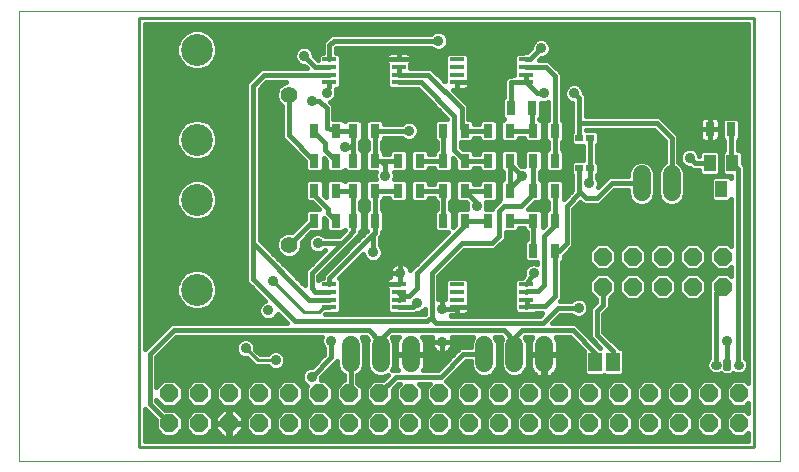
<source format=gtl>
G75*
%MOIN*%
%OFA0B0*%
%FSLAX25Y25*%
%IPPOS*%
%LPD*%
%AMOC8*
5,1,8,0,0,1.08239X$1,22.5*
%
%ADD10C,0.00000*%
%ADD11C,0.01000*%
%ADD12R,0.03150X0.04724*%
%ADD13OC8,0.06000*%
%ADD14R,0.04724X0.01378*%
%ADD15R,0.03937X0.05512*%
%ADD16C,0.03150*%
%ADD17C,0.01181*%
%ADD18R,0.02559X0.02165*%
%ADD19C,0.06000*%
%ADD20C,0.05600*%
%ADD21C,0.10650*%
%ADD22R,0.04600X0.06300*%
%ADD23C,0.01600*%
%ADD24C,0.03600*%
D10*
X0001000Y0003300D02*
X0001000Y0153261D01*
X0254701Y0153261D01*
X0254701Y0003300D01*
X0001000Y0003300D01*
D11*
X0041000Y0007800D02*
X0041000Y0150800D01*
X0246000Y0150800D01*
X0246000Y0007800D01*
X0041000Y0007800D01*
X0076500Y0040800D02*
X0080500Y0036800D01*
X0086500Y0036800D01*
X0083950Y0053300D02*
X0084050Y0053450D01*
X0085500Y0063300D02*
X0096000Y0052800D01*
X0101000Y0052800D01*
X0102661Y0054461D01*
X0103161Y0054461D01*
D12*
X0106543Y0083300D03*
X0112457Y0083300D03*
X0119543Y0083300D03*
X0119543Y0093300D03*
X0112457Y0093300D03*
X0106543Y0093300D03*
X0099457Y0093300D03*
X0099457Y0083300D03*
X0127457Y0093300D03*
X0134543Y0093300D03*
X0142457Y0093300D03*
X0149543Y0093300D03*
X0157457Y0093300D03*
X0164543Y0093300D03*
X0172457Y0093300D03*
X0179543Y0093300D03*
X0179543Y0083300D03*
X0172457Y0083300D03*
X0164543Y0083300D03*
X0157457Y0083300D03*
X0149543Y0083300D03*
X0142457Y0083300D03*
X0172457Y0073300D03*
X0179543Y0073300D03*
X0179543Y0103300D03*
X0172457Y0103300D03*
X0164543Y0103300D03*
X0157457Y0103300D03*
X0149543Y0103300D03*
X0142457Y0103300D03*
X0134543Y0103300D03*
X0127457Y0103300D03*
X0119543Y0103300D03*
X0112457Y0103300D03*
X0106543Y0103300D03*
X0099457Y0103300D03*
X0099457Y0113300D03*
X0106543Y0113300D03*
X0112457Y0113300D03*
X0119543Y0113300D03*
X0142457Y0113300D03*
X0149543Y0113300D03*
X0157457Y0113300D03*
X0164543Y0113300D03*
X0172457Y0113300D03*
X0179543Y0113300D03*
X0172043Y0120800D03*
X0164957Y0120800D03*
X0231207Y0113800D03*
X0238293Y0113800D03*
D13*
X0235575Y0071371D03*
X0225575Y0071371D03*
X0215575Y0071371D03*
X0205575Y0071371D03*
X0195575Y0071371D03*
X0195575Y0061371D03*
X0205575Y0061371D03*
X0215575Y0061371D03*
X0225575Y0061371D03*
X0235575Y0061371D03*
X0231000Y0025800D03*
X0221000Y0025800D03*
X0211000Y0025800D03*
X0201000Y0025800D03*
X0191000Y0025800D03*
X0181000Y0025800D03*
X0171000Y0025800D03*
X0161000Y0025800D03*
X0151000Y0025800D03*
X0141000Y0025800D03*
X0131000Y0025800D03*
X0121000Y0025800D03*
X0111000Y0025800D03*
X0101000Y0025800D03*
X0091000Y0025800D03*
X0081000Y0025800D03*
X0071000Y0025800D03*
X0061000Y0025800D03*
X0051000Y0025800D03*
X0051000Y0015800D03*
X0061000Y0015800D03*
X0071000Y0015800D03*
X0081000Y0015800D03*
X0091000Y0015800D03*
X0101000Y0015800D03*
X0111000Y0015800D03*
X0121000Y0015800D03*
X0131000Y0015800D03*
X0141000Y0015800D03*
X0151000Y0015800D03*
X0161000Y0015800D03*
X0171000Y0015800D03*
X0181000Y0015800D03*
X0191000Y0015800D03*
X0201000Y0015800D03*
X0211000Y0015800D03*
X0221000Y0015800D03*
X0231000Y0015800D03*
X0241000Y0015800D03*
X0241000Y0025800D03*
D14*
X0170016Y0054461D03*
X0170016Y0057020D03*
X0170016Y0059580D03*
X0170016Y0062139D03*
X0146984Y0062139D03*
X0146984Y0059580D03*
X0146984Y0057020D03*
X0146984Y0054461D03*
X0127516Y0054461D03*
X0127516Y0057020D03*
X0127516Y0059580D03*
X0127516Y0062139D03*
X0104484Y0062139D03*
X0104484Y0059580D03*
X0104484Y0057020D03*
X0104484Y0054461D03*
X0104484Y0129461D03*
X0104484Y0132020D03*
X0104484Y0134580D03*
X0104484Y0137139D03*
X0127516Y0137139D03*
X0127516Y0134580D03*
X0127516Y0132020D03*
X0127516Y0129461D03*
X0146984Y0129461D03*
X0146984Y0132020D03*
X0146984Y0134580D03*
X0146984Y0137139D03*
X0170016Y0137139D03*
X0170016Y0134580D03*
X0170016Y0132020D03*
X0170016Y0129461D03*
D15*
X0231260Y0102631D03*
X0238740Y0102631D03*
X0235000Y0093969D03*
D16*
X0233503Y0035300D02*
X0233111Y0035300D01*
X0240497Y0035300D02*
X0240889Y0035300D01*
D17*
X0237591Y0036678D02*
X0237591Y0033922D01*
X0236409Y0033922D01*
X0236409Y0036678D01*
X0237591Y0036678D01*
X0237591Y0035102D02*
X0236409Y0035102D01*
X0236409Y0036282D02*
X0237591Y0036282D01*
D18*
X0191394Y0100800D03*
X0187654Y0100800D03*
X0187654Y0110800D03*
X0191394Y0110800D03*
D19*
X0208500Y0098800D02*
X0208500Y0092800D01*
X0218500Y0092800D02*
X0218500Y0098800D01*
X0176000Y0041800D02*
X0176000Y0035800D01*
X0166000Y0035800D02*
X0166000Y0041800D01*
X0156000Y0041800D02*
X0156000Y0035800D01*
X0131500Y0035800D02*
X0131500Y0041800D01*
X0121500Y0041800D02*
X0121500Y0035800D01*
X0111500Y0035800D02*
X0111500Y0041800D01*
D20*
X0091000Y0075300D03*
X0091000Y0125300D03*
D21*
X0060291Y0110339D03*
X0060291Y0090261D03*
X0060291Y0060339D03*
X0060291Y0140261D03*
D22*
X0193000Y0036300D03*
X0199000Y0036300D03*
D23*
X0199000Y0039859D01*
X0193500Y0045359D01*
X0193500Y0053300D01*
X0195575Y0055375D01*
X0195575Y0061371D01*
X0191075Y0061051D02*
X0181843Y0061051D01*
X0181843Y0062649D02*
X0191075Y0062649D01*
X0191075Y0063235D02*
X0191075Y0059507D01*
X0193275Y0057307D01*
X0193275Y0056328D01*
X0192547Y0055600D01*
X0191200Y0054253D01*
X0191200Y0044406D01*
X0194656Y0040950D01*
X0194603Y0040950D01*
X0193953Y0041600D01*
X0193953Y0041600D01*
X0187800Y0047753D01*
X0186453Y0049100D01*
X0178553Y0049100D01*
X0181453Y0052000D01*
X0185133Y0052000D01*
X0185631Y0051502D01*
X0186844Y0051000D01*
X0188156Y0051000D01*
X0189369Y0051502D01*
X0190298Y0052431D01*
X0190800Y0053644D01*
X0190800Y0054956D01*
X0190298Y0056169D01*
X0189369Y0057098D01*
X0188156Y0057600D01*
X0186844Y0057600D01*
X0185631Y0057098D01*
X0185133Y0056600D01*
X0181303Y0056600D01*
X0181843Y0057141D01*
X0181843Y0069542D01*
X0182618Y0070316D01*
X0182618Y0071665D01*
X0183300Y0072347D01*
X0185800Y0074847D01*
X0185800Y0087347D01*
X0188077Y0089624D01*
X0189201Y0088500D01*
X0194453Y0088500D01*
X0195800Y0089847D01*
X0199453Y0093500D01*
X0204000Y0093500D01*
X0204000Y0091905D01*
X0204685Y0090251D01*
X0205951Y0088985D01*
X0207605Y0088300D01*
X0209395Y0088300D01*
X0211049Y0088985D01*
X0212315Y0090251D01*
X0213000Y0091905D01*
X0213000Y0099695D01*
X0212315Y0101349D01*
X0211049Y0102615D01*
X0209395Y0103300D01*
X0207605Y0103300D01*
X0205951Y0102615D01*
X0204685Y0101349D01*
X0204000Y0099695D01*
X0204000Y0098100D01*
X0197547Y0098100D01*
X0194094Y0094647D01*
X0194300Y0095144D01*
X0194300Y0096456D01*
X0193798Y0097669D01*
X0193694Y0097773D01*
X0193694Y0098616D01*
X0194173Y0099096D01*
X0194173Y0102504D01*
X0193694Y0102984D01*
X0193694Y0108616D01*
X0194173Y0109096D01*
X0194173Y0112504D01*
X0193295Y0113383D01*
X0189954Y0113383D01*
X0189954Y0113500D01*
X0212547Y0113500D01*
X0216200Y0109847D01*
X0216200Y0102718D01*
X0215951Y0102615D01*
X0214685Y0101349D01*
X0214000Y0099695D01*
X0214000Y0091905D01*
X0214685Y0090251D01*
X0215951Y0088985D01*
X0217605Y0088300D01*
X0219395Y0088300D01*
X0221049Y0088985D01*
X0222315Y0090251D01*
X0223000Y0091905D01*
X0223000Y0099695D01*
X0222315Y0101349D01*
X0221049Y0102615D01*
X0220800Y0102718D01*
X0220800Y0111753D01*
X0215800Y0116753D01*
X0214453Y0118100D01*
X0189954Y0118100D01*
X0189954Y0125099D01*
X0189300Y0125753D01*
X0189300Y0126456D01*
X0188798Y0127669D01*
X0187869Y0128598D01*
X0186656Y0129100D01*
X0185344Y0129100D01*
X0184131Y0128598D01*
X0183202Y0127669D01*
X0182700Y0126456D01*
X0182700Y0125144D01*
X0183202Y0123931D01*
X0184131Y0123002D01*
X0185344Y0122500D01*
X0185354Y0122500D01*
X0185354Y0112984D01*
X0184874Y0112504D01*
X0184874Y0109096D01*
X0185753Y0108217D01*
X0189094Y0108217D01*
X0189094Y0103383D01*
X0185753Y0103383D01*
X0184874Y0102504D01*
X0184874Y0099096D01*
X0185354Y0098616D01*
X0185354Y0093406D01*
X0182618Y0090671D01*
X0182618Y0096284D01*
X0181739Y0097162D01*
X0177347Y0097162D01*
X0176469Y0096284D01*
X0176469Y0090316D01*
X0177243Y0089542D01*
X0177243Y0087058D01*
X0176469Y0086284D01*
X0176469Y0082021D01*
X0175531Y0081084D01*
X0175531Y0086284D01*
X0174653Y0087162D01*
X0170615Y0087162D01*
X0172890Y0089438D01*
X0174653Y0089438D01*
X0175531Y0090316D01*
X0175531Y0096284D01*
X0174757Y0097058D01*
X0174757Y0099542D01*
X0175531Y0100316D01*
X0175531Y0106284D01*
X0174653Y0107162D01*
X0170261Y0107162D01*
X0169382Y0106284D01*
X0169382Y0101507D01*
X0169156Y0101600D01*
X0168453Y0101600D01*
X0167618Y0102435D01*
X0167618Y0106284D01*
X0166739Y0107162D01*
X0162347Y0107162D01*
X0161469Y0106284D01*
X0161469Y0100316D01*
X0162243Y0099542D01*
X0162243Y0097058D01*
X0161469Y0096284D01*
X0161469Y0090421D01*
X0160275Y0089228D01*
X0160047Y0089000D01*
X0158700Y0087653D01*
X0158700Y0087162D01*
X0156601Y0087162D01*
X0156800Y0087644D01*
X0156800Y0088956D01*
X0156601Y0089438D01*
X0159653Y0089438D01*
X0160531Y0090316D01*
X0160531Y0096284D01*
X0159653Y0097162D01*
X0155261Y0097162D01*
X0154382Y0096284D01*
X0154382Y0095600D01*
X0152618Y0095600D01*
X0152618Y0096284D01*
X0151739Y0097162D01*
X0147347Y0097162D01*
X0146469Y0096284D01*
X0146469Y0090316D01*
X0147347Y0089438D01*
X0150153Y0089438D01*
X0150327Y0089263D01*
X0150200Y0088956D01*
X0150200Y0087644D01*
X0150399Y0087162D01*
X0147347Y0087162D01*
X0146469Y0086284D01*
X0146469Y0082021D01*
X0145531Y0081084D01*
X0145531Y0086284D01*
X0144757Y0087058D01*
X0144757Y0089542D01*
X0145531Y0090316D01*
X0145531Y0096284D01*
X0144653Y0097162D01*
X0140261Y0097162D01*
X0139382Y0096284D01*
X0139382Y0095600D01*
X0137618Y0095600D01*
X0137618Y0096284D01*
X0136739Y0097162D01*
X0132347Y0097162D01*
X0131469Y0096284D01*
X0131469Y0090316D01*
X0132347Y0089438D01*
X0136739Y0089438D01*
X0137618Y0090316D01*
X0137618Y0091000D01*
X0139382Y0091000D01*
X0139382Y0090316D01*
X0140157Y0089542D01*
X0140157Y0087058D01*
X0139382Y0086284D01*
X0139382Y0080316D01*
X0140261Y0079438D01*
X0143885Y0079438D01*
X0132547Y0068100D01*
X0131414Y0066966D01*
X0131190Y0067505D01*
X0130796Y0068095D01*
X0130295Y0068596D01*
X0129705Y0068990D01*
X0129050Y0069262D01*
X0128355Y0069400D01*
X0128000Y0069400D01*
X0128000Y0065800D01*
X0128000Y0062623D01*
X0127516Y0062139D01*
X0127516Y0062139D01*
X0123354Y0062139D01*
X0123354Y0063065D01*
X0123476Y0063522D01*
X0123713Y0063933D01*
X0124048Y0064268D01*
X0124459Y0064505D01*
X0124622Y0064549D01*
X0124538Y0064750D01*
X0124400Y0065445D01*
X0124400Y0065800D01*
X0128000Y0065800D01*
X0128000Y0065800D01*
X0128000Y0065800D01*
X0128000Y0069400D01*
X0127645Y0069400D01*
X0126950Y0069262D01*
X0126295Y0068990D01*
X0125705Y0068596D01*
X0125204Y0068095D01*
X0124810Y0067505D01*
X0124538Y0066850D01*
X0124400Y0066155D01*
X0124400Y0065800D01*
X0128000Y0065800D01*
X0128000Y0065846D02*
X0128000Y0065846D01*
X0128000Y0067445D02*
X0128000Y0067445D01*
X0128000Y0069043D02*
X0128000Y0069043D01*
X0126423Y0069043D02*
X0112496Y0069043D01*
X0110898Y0067445D02*
X0124785Y0067445D01*
X0124400Y0065846D02*
X0109299Y0065846D01*
X0107701Y0064248D02*
X0124028Y0064248D01*
X0123354Y0062649D02*
X0108346Y0062649D01*
X0108346Y0063449D02*
X0107624Y0064171D01*
X0115700Y0072247D01*
X0115700Y0072144D01*
X0116202Y0070931D01*
X0117131Y0070002D01*
X0118344Y0069500D01*
X0119656Y0069500D01*
X0120869Y0070002D01*
X0121798Y0070931D01*
X0122300Y0072144D01*
X0122300Y0073456D01*
X0121798Y0074669D01*
X0121300Y0075167D01*
X0121300Y0077847D01*
X0121843Y0078391D01*
X0121843Y0079542D01*
X0122618Y0080316D01*
X0122618Y0086284D01*
X0121843Y0087058D01*
X0121843Y0089542D01*
X0122618Y0090316D01*
X0122618Y0091000D01*
X0124382Y0091000D01*
X0124382Y0090316D01*
X0125261Y0089438D01*
X0129653Y0089438D01*
X0130531Y0090316D01*
X0130531Y0096284D01*
X0129653Y0097162D01*
X0126101Y0097162D01*
X0126300Y0097644D01*
X0126300Y0098956D01*
X0126101Y0099438D01*
X0129653Y0099438D01*
X0130531Y0100316D01*
X0130531Y0106284D01*
X0129653Y0107162D01*
X0125261Y0107162D01*
X0124382Y0106284D01*
X0124382Y0105600D01*
X0122618Y0105600D01*
X0122618Y0106284D01*
X0121843Y0107058D01*
X0121843Y0109542D01*
X0122618Y0110316D01*
X0122618Y0111000D01*
X0128633Y0111000D01*
X0129131Y0110502D01*
X0130344Y0110000D01*
X0131656Y0110000D01*
X0132869Y0110502D01*
X0133798Y0111431D01*
X0134300Y0112644D01*
X0134300Y0113956D01*
X0133798Y0115169D01*
X0132869Y0116098D01*
X0131656Y0116600D01*
X0130344Y0116600D01*
X0129131Y0116098D01*
X0128633Y0115600D01*
X0122618Y0115600D01*
X0122618Y0116284D01*
X0121739Y0117162D01*
X0117347Y0117162D01*
X0116469Y0116284D01*
X0116469Y0110316D01*
X0117243Y0109542D01*
X0117243Y0107058D01*
X0116469Y0106284D01*
X0116469Y0100316D01*
X0117347Y0099438D01*
X0119899Y0099438D01*
X0119700Y0098956D01*
X0119700Y0097644D01*
X0119899Y0097162D01*
X0117347Y0097162D01*
X0116469Y0096284D01*
X0116469Y0090316D01*
X0117243Y0089542D01*
X0117243Y0087058D01*
X0116469Y0086284D01*
X0116469Y0080316D01*
X0116866Y0079919D01*
X0116700Y0079753D01*
X0103532Y0066584D01*
X0102184Y0065237D01*
X0102184Y0064328D01*
X0101501Y0064328D01*
X0100800Y0063627D01*
X0100800Y0064847D01*
X0109453Y0073500D01*
X0112800Y0076847D01*
X0112800Y0076847D01*
X0114757Y0078804D01*
X0114757Y0079542D01*
X0115531Y0080316D01*
X0115531Y0086284D01*
X0114757Y0087058D01*
X0114757Y0089542D01*
X0115531Y0090316D01*
X0115531Y0096284D01*
X0114653Y0097162D01*
X0110261Y0097162D01*
X0109500Y0096402D01*
X0108739Y0097162D01*
X0104347Y0097162D01*
X0103469Y0096284D01*
X0103469Y0091084D01*
X0102531Y0092021D01*
X0102531Y0096284D01*
X0101653Y0097162D01*
X0097261Y0097162D01*
X0096382Y0096284D01*
X0096382Y0090316D01*
X0097261Y0089438D01*
X0098610Y0089438D01*
X0100885Y0087162D01*
X0097261Y0087162D01*
X0096382Y0086284D01*
X0096382Y0083935D01*
X0091991Y0079544D01*
X0091855Y0079600D01*
X0090145Y0079600D01*
X0088564Y0078945D01*
X0087355Y0077736D01*
X0086700Y0076155D01*
X0086700Y0074445D01*
X0087355Y0072864D01*
X0088564Y0071655D01*
X0090145Y0071000D01*
X0091855Y0071000D01*
X0093436Y0071655D01*
X0094645Y0072864D01*
X0095300Y0074445D01*
X0095300Y0076155D01*
X0095244Y0076291D01*
X0098390Y0079438D01*
X0101653Y0079438D01*
X0102531Y0080316D01*
X0102531Y0084059D01*
X0103469Y0083122D01*
X0103469Y0080316D01*
X0104347Y0079438D01*
X0108739Y0079438D01*
X0109500Y0080198D01*
X0109573Y0080126D01*
X0109547Y0080100D01*
X0107547Y0078100D01*
X0102867Y0078100D01*
X0102369Y0078598D01*
X0101156Y0079100D01*
X0099844Y0079100D01*
X0098631Y0078598D01*
X0097702Y0077669D01*
X0097200Y0076456D01*
X0097200Y0075144D01*
X0097702Y0073931D01*
X0098631Y0073002D01*
X0099844Y0072500D01*
X0101156Y0072500D01*
X0102369Y0073002D01*
X0102867Y0073500D01*
X0102947Y0073500D01*
X0097547Y0068100D01*
X0096200Y0066753D01*
X0096200Y0061853D01*
X0081300Y0076753D01*
X0081300Y0127347D01*
X0083453Y0129500D01*
X0089903Y0129500D01*
X0088564Y0128945D01*
X0087355Y0127736D01*
X0086700Y0126155D01*
X0086700Y0124445D01*
X0087355Y0122864D01*
X0088564Y0121655D01*
X0088700Y0121598D01*
X0088700Y0110804D01*
X0096382Y0103122D01*
X0096382Y0100316D01*
X0097261Y0099438D01*
X0101653Y0099438D01*
X0102531Y0100316D01*
X0102531Y0104059D01*
X0103469Y0103122D01*
X0103469Y0100316D01*
X0104347Y0099438D01*
X0108739Y0099438D01*
X0109500Y0100198D01*
X0110261Y0099438D01*
X0114653Y0099438D01*
X0115531Y0100316D01*
X0115531Y0106284D01*
X0114757Y0107058D01*
X0114757Y0109542D01*
X0115531Y0110316D01*
X0115531Y0116284D01*
X0114653Y0117162D01*
X0110261Y0117162D01*
X0109500Y0116402D01*
X0108739Y0117162D01*
X0105800Y0117162D01*
X0105800Y0121753D01*
X0104790Y0122763D01*
X0105369Y0123002D01*
X0106298Y0123931D01*
X0106800Y0125144D01*
X0106800Y0126456D01*
X0106685Y0126733D01*
X0106784Y0126832D01*
X0106784Y0127245D01*
X0106798Y0127272D01*
X0107468Y0127272D01*
X0108346Y0128151D01*
X0108346Y0138449D01*
X0107468Y0139328D01*
X0106784Y0139328D01*
X0106784Y0140832D01*
X0106953Y0141000D01*
X0138383Y0141000D01*
X0138881Y0140502D01*
X0140094Y0140000D01*
X0141406Y0140000D01*
X0142619Y0140502D01*
X0143548Y0141431D01*
X0144050Y0142644D01*
X0144050Y0143956D01*
X0143548Y0145169D01*
X0142619Y0146098D01*
X0141406Y0146600D01*
X0140094Y0146600D01*
X0138881Y0146098D01*
X0138383Y0145600D01*
X0105047Y0145600D01*
X0103700Y0144253D01*
X0102184Y0142737D01*
X0102184Y0139328D01*
X0101501Y0139328D01*
X0100622Y0138449D01*
X0100622Y0136931D01*
X0099300Y0138253D01*
X0099300Y0138956D01*
X0098798Y0140169D01*
X0097869Y0141098D01*
X0096656Y0141600D01*
X0095344Y0141600D01*
X0094131Y0141098D01*
X0093202Y0140169D01*
X0092700Y0138956D01*
X0092700Y0137644D01*
X0093202Y0136431D01*
X0094131Y0135502D01*
X0095344Y0135000D01*
X0096047Y0135000D01*
X0096947Y0134100D01*
X0081547Y0134100D01*
X0080200Y0132753D01*
X0076700Y0129253D01*
X0076700Y0062847D01*
X0082972Y0056575D01*
X0082181Y0056248D01*
X0081252Y0055319D01*
X0080750Y0054106D01*
X0080750Y0052794D01*
X0081252Y0051581D01*
X0082181Y0050652D01*
X0083394Y0050150D01*
X0084706Y0050150D01*
X0085919Y0050652D01*
X0086848Y0051581D01*
X0087175Y0052372D01*
X0090447Y0049100D01*
X0051547Y0049100D01*
X0043547Y0041100D01*
X0043000Y0040553D01*
X0043000Y0148800D01*
X0244000Y0148800D01*
X0244000Y0029164D01*
X0242864Y0030300D01*
X0239136Y0030300D01*
X0236500Y0027664D01*
X0236500Y0023936D01*
X0239136Y0021300D01*
X0242864Y0021300D01*
X0244000Y0022436D01*
X0244000Y0019164D01*
X0242864Y0020300D01*
X0239136Y0020300D01*
X0236500Y0017664D01*
X0236500Y0013936D01*
X0239136Y0011300D01*
X0242864Y0011300D01*
X0244000Y0012436D01*
X0244000Y0009800D01*
X0043000Y0009800D01*
X0043000Y0020547D01*
X0046500Y0017047D01*
X0046500Y0013936D01*
X0049136Y0011300D01*
X0052864Y0011300D01*
X0055500Y0013936D01*
X0055500Y0017664D01*
X0052864Y0020300D01*
X0049753Y0020300D01*
X0046800Y0023253D01*
X0046800Y0023636D01*
X0049136Y0021300D01*
X0052864Y0021300D01*
X0055500Y0023936D01*
X0055500Y0027664D01*
X0052864Y0030300D01*
X0049136Y0030300D01*
X0046800Y0027964D01*
X0046800Y0037847D01*
X0053453Y0044500D01*
X0101925Y0044500D01*
X0101700Y0043956D01*
X0101700Y0042644D01*
X0102202Y0041431D01*
X0102700Y0040933D01*
X0102700Y0038753D01*
X0098547Y0034600D01*
X0097844Y0034600D01*
X0096631Y0034098D01*
X0095702Y0033169D01*
X0095200Y0031956D01*
X0095200Y0030644D01*
X0095702Y0029431D01*
X0096631Y0028502D01*
X0097131Y0028295D01*
X0096500Y0027664D01*
X0096500Y0023936D01*
X0099136Y0021300D01*
X0102864Y0021300D01*
X0105500Y0023936D01*
X0105500Y0027664D01*
X0102864Y0030300D01*
X0101658Y0030300D01*
X0101800Y0030644D01*
X0101800Y0031347D01*
X0107000Y0036547D01*
X0107000Y0034905D01*
X0107685Y0033251D01*
X0108951Y0031985D01*
X0109200Y0031882D01*
X0109200Y0030300D01*
X0109136Y0030300D01*
X0106500Y0027664D01*
X0106500Y0023936D01*
X0109136Y0021300D01*
X0112864Y0021300D01*
X0115500Y0023936D01*
X0115500Y0027664D01*
X0113800Y0029364D01*
X0113800Y0031882D01*
X0114049Y0031985D01*
X0115315Y0033251D01*
X0116000Y0034905D01*
X0116000Y0042695D01*
X0115315Y0044349D01*
X0115164Y0044500D01*
X0116547Y0044500D01*
X0117396Y0043651D01*
X0117000Y0042695D01*
X0117000Y0034905D01*
X0117685Y0033251D01*
X0118951Y0031985D01*
X0120605Y0031300D01*
X0122395Y0031300D01*
X0123850Y0031903D01*
X0122247Y0030300D01*
X0119136Y0030300D01*
X0116500Y0027664D01*
X0116500Y0023936D01*
X0119136Y0021300D01*
X0122864Y0021300D01*
X0125500Y0023936D01*
X0125500Y0027047D01*
X0127453Y0029000D01*
X0127836Y0029000D01*
X0126500Y0027664D01*
X0126500Y0023936D01*
X0129136Y0021300D01*
X0132864Y0021300D01*
X0135500Y0023936D01*
X0135500Y0027664D01*
X0134164Y0029000D01*
X0137836Y0029000D01*
X0136500Y0027664D01*
X0136500Y0023936D01*
X0139136Y0021300D01*
X0142864Y0021300D01*
X0145500Y0023936D01*
X0145500Y0027664D01*
X0143308Y0029856D01*
X0143800Y0030347D01*
X0149953Y0036500D01*
X0151500Y0036500D01*
X0151500Y0034905D01*
X0152185Y0033251D01*
X0153451Y0031985D01*
X0155105Y0031300D01*
X0156895Y0031300D01*
X0158549Y0031985D01*
X0159815Y0033251D01*
X0160500Y0034905D01*
X0160500Y0042695D01*
X0159815Y0044349D01*
X0159664Y0044500D01*
X0161547Y0044500D01*
X0162043Y0044005D01*
X0161500Y0042695D01*
X0161500Y0034905D01*
X0162185Y0033251D01*
X0163451Y0031985D01*
X0165105Y0031300D01*
X0166895Y0031300D01*
X0168549Y0031985D01*
X0169815Y0033251D01*
X0170500Y0034905D01*
X0170500Y0042695D01*
X0169815Y0044349D01*
X0169664Y0044500D01*
X0172029Y0044500D01*
X0171895Y0044316D01*
X0171552Y0043643D01*
X0171318Y0042924D01*
X0171200Y0042178D01*
X0171200Y0039000D01*
X0175800Y0039000D01*
X0175800Y0038600D01*
X0176200Y0038600D01*
X0176200Y0039000D01*
X0180800Y0039000D01*
X0180800Y0042178D01*
X0180682Y0042924D01*
X0180448Y0043643D01*
X0180105Y0044316D01*
X0179971Y0044500D01*
X0184547Y0044500D01*
X0189200Y0039847D01*
X0189200Y0032529D01*
X0190079Y0031650D01*
X0195921Y0031650D01*
X0196000Y0031729D01*
X0196079Y0031650D01*
X0201921Y0031650D01*
X0202800Y0032529D01*
X0202800Y0040071D01*
X0201921Y0040950D01*
X0201162Y0040950D01*
X0195800Y0046312D01*
X0195800Y0052347D01*
X0197875Y0054422D01*
X0197875Y0057307D01*
X0200075Y0059507D01*
X0200075Y0063235D01*
X0197439Y0065871D01*
X0193711Y0065871D01*
X0191075Y0063235D01*
X0192088Y0064248D02*
X0181843Y0064248D01*
X0181843Y0065846D02*
X0193687Y0065846D01*
X0193711Y0066871D02*
X0197439Y0066871D01*
X0200075Y0069507D01*
X0200075Y0073235D01*
X0197439Y0075871D01*
X0193711Y0075871D01*
X0191075Y0073235D01*
X0191075Y0069507D01*
X0193711Y0066871D01*
X0193137Y0067445D02*
X0181843Y0067445D01*
X0181843Y0069043D02*
X0191538Y0069043D01*
X0191075Y0070642D02*
X0182618Y0070642D01*
X0183193Y0072240D02*
X0191075Y0072240D01*
X0191679Y0073839D02*
X0184792Y0073839D01*
X0185800Y0075437D02*
X0193278Y0075437D01*
X0197872Y0075437D02*
X0203278Y0075437D01*
X0203711Y0075871D02*
X0201075Y0073235D01*
X0201075Y0069507D01*
X0203711Y0066871D01*
X0207439Y0066871D01*
X0210075Y0069507D01*
X0210075Y0073235D01*
X0207439Y0075871D01*
X0203711Y0075871D01*
X0201679Y0073839D02*
X0199471Y0073839D01*
X0200075Y0072240D02*
X0201075Y0072240D01*
X0201075Y0070642D02*
X0200075Y0070642D01*
X0199612Y0069043D02*
X0201538Y0069043D01*
X0203137Y0067445D02*
X0198013Y0067445D01*
X0197463Y0065846D02*
X0203687Y0065846D01*
X0203711Y0065871D02*
X0201075Y0063235D01*
X0201075Y0059507D01*
X0203711Y0056871D01*
X0207439Y0056871D01*
X0210075Y0059507D01*
X0210075Y0063235D01*
X0207439Y0065871D01*
X0203711Y0065871D01*
X0202088Y0064248D02*
X0199062Y0064248D01*
X0200075Y0062649D02*
X0201075Y0062649D01*
X0201075Y0061051D02*
X0200075Y0061051D01*
X0200020Y0059452D02*
X0201130Y0059452D01*
X0202728Y0057854D02*
X0198422Y0057854D01*
X0197875Y0056255D02*
X0231007Y0056255D01*
X0231007Y0054657D02*
X0197875Y0054657D01*
X0196511Y0053058D02*
X0231007Y0053058D01*
X0231007Y0051460D02*
X0195800Y0051460D01*
X0195800Y0049861D02*
X0231007Y0049861D01*
X0231007Y0048263D02*
X0195800Y0048263D01*
X0195800Y0046664D02*
X0231007Y0046664D01*
X0231007Y0045066D02*
X0197046Y0045066D01*
X0198644Y0043467D02*
X0231007Y0043467D01*
X0231007Y0041869D02*
X0200243Y0041869D01*
X0202601Y0040270D02*
X0231007Y0040270D01*
X0231007Y0038672D02*
X0202800Y0038672D01*
X0202800Y0037073D02*
X0230535Y0037073D01*
X0230504Y0037042D02*
X0230035Y0035912D01*
X0230035Y0034688D01*
X0230504Y0033558D01*
X0231368Y0032693D01*
X0232499Y0032225D01*
X0234116Y0032225D01*
X0234847Y0032528D01*
X0235544Y0031831D01*
X0238456Y0031831D01*
X0239153Y0032528D01*
X0239884Y0032225D01*
X0241501Y0032225D01*
X0242631Y0032693D01*
X0243496Y0033558D01*
X0243965Y0034688D01*
X0243965Y0035912D01*
X0243496Y0037042D01*
X0242993Y0037545D01*
X0242993Y0101631D01*
X0242209Y0102415D01*
X0242209Y0106008D01*
X0241330Y0106887D01*
X0240593Y0106887D01*
X0240593Y0110042D01*
X0241368Y0110816D01*
X0241368Y0116784D01*
X0240489Y0117662D01*
X0236097Y0117662D01*
X0235219Y0116784D01*
X0235219Y0110816D01*
X0235993Y0110042D01*
X0235993Y0106730D01*
X0235272Y0106008D01*
X0235272Y0099253D01*
X0236150Y0098375D01*
X0238393Y0098375D01*
X0238393Y0097422D01*
X0237590Y0098225D01*
X0232410Y0098225D01*
X0231531Y0097347D01*
X0231531Y0090592D01*
X0232410Y0089713D01*
X0237590Y0089713D01*
X0238393Y0090516D01*
X0238393Y0074917D01*
X0237439Y0075871D01*
X0233711Y0075871D01*
X0231075Y0073235D01*
X0231075Y0069507D01*
X0233711Y0066871D01*
X0237439Y0066871D01*
X0238393Y0067825D01*
X0238393Y0064917D01*
X0237439Y0065871D01*
X0233711Y0065871D01*
X0231075Y0063235D01*
X0231075Y0060124D01*
X0231007Y0060056D01*
X0231007Y0037545D01*
X0230504Y0037042D01*
X0230035Y0035475D02*
X0202800Y0035475D01*
X0202800Y0033876D02*
X0230372Y0033876D01*
X0232372Y0032278D02*
X0202549Y0032278D01*
X0202864Y0030300D02*
X0199136Y0030300D01*
X0196500Y0027664D01*
X0196500Y0023936D01*
X0199136Y0021300D01*
X0202864Y0021300D01*
X0205500Y0023936D01*
X0205500Y0027664D01*
X0202864Y0030300D01*
X0204083Y0029081D02*
X0207917Y0029081D01*
X0209136Y0030300D02*
X0206500Y0027664D01*
X0206500Y0023936D01*
X0209136Y0021300D01*
X0212864Y0021300D01*
X0215500Y0023936D01*
X0215500Y0027664D01*
X0212864Y0030300D01*
X0209136Y0030300D01*
X0206500Y0027482D02*
X0205500Y0027482D01*
X0205500Y0025884D02*
X0206500Y0025884D01*
X0206500Y0024285D02*
X0205500Y0024285D01*
X0204251Y0022687D02*
X0207749Y0022687D01*
X0209136Y0020300D02*
X0206500Y0017664D01*
X0206500Y0013936D01*
X0209136Y0011300D01*
X0212864Y0011300D01*
X0215500Y0013936D01*
X0215500Y0017664D01*
X0212864Y0020300D01*
X0209136Y0020300D01*
X0208326Y0019490D02*
X0203674Y0019490D01*
X0202864Y0020300D02*
X0205500Y0017664D01*
X0205500Y0013936D01*
X0202864Y0011300D01*
X0199136Y0011300D01*
X0196500Y0013936D01*
X0196500Y0017664D01*
X0199136Y0020300D01*
X0202864Y0020300D01*
X0205273Y0017891D02*
X0206727Y0017891D01*
X0206500Y0016293D02*
X0205500Y0016293D01*
X0205500Y0014694D02*
X0206500Y0014694D01*
X0207341Y0013096D02*
X0204659Y0013096D01*
X0203061Y0011497D02*
X0208939Y0011497D01*
X0213061Y0011497D02*
X0218939Y0011497D01*
X0219136Y0011300D02*
X0216500Y0013936D01*
X0216500Y0017664D01*
X0219136Y0020300D01*
X0222864Y0020300D01*
X0225500Y0017664D01*
X0225500Y0013936D01*
X0222864Y0011300D01*
X0219136Y0011300D01*
X0217341Y0013096D02*
X0214659Y0013096D01*
X0215500Y0014694D02*
X0216500Y0014694D01*
X0216500Y0016293D02*
X0215500Y0016293D01*
X0215273Y0017891D02*
X0216727Y0017891D01*
X0218326Y0019490D02*
X0213674Y0019490D01*
X0214251Y0022687D02*
X0217749Y0022687D01*
X0216500Y0023936D02*
X0219136Y0021300D01*
X0222864Y0021300D01*
X0225500Y0023936D01*
X0225500Y0027664D01*
X0222864Y0030300D01*
X0219136Y0030300D01*
X0216500Y0027664D01*
X0216500Y0023936D01*
X0216500Y0024285D02*
X0215500Y0024285D01*
X0215500Y0025884D02*
X0216500Y0025884D01*
X0216500Y0027482D02*
X0215500Y0027482D01*
X0214083Y0029081D02*
X0217917Y0029081D01*
X0224083Y0029081D02*
X0227917Y0029081D01*
X0229136Y0030300D02*
X0226500Y0027664D01*
X0226500Y0023936D01*
X0229136Y0021300D01*
X0232864Y0021300D01*
X0235500Y0023936D01*
X0235500Y0027664D01*
X0232864Y0030300D01*
X0229136Y0030300D01*
X0226500Y0027482D02*
X0225500Y0027482D01*
X0225500Y0025884D02*
X0226500Y0025884D01*
X0226500Y0024285D02*
X0225500Y0024285D01*
X0224251Y0022687D02*
X0227749Y0022687D01*
X0229136Y0020300D02*
X0226500Y0017664D01*
X0226500Y0013936D01*
X0229136Y0011300D01*
X0232864Y0011300D01*
X0235500Y0013936D01*
X0235500Y0017664D01*
X0232864Y0020300D01*
X0229136Y0020300D01*
X0228326Y0019490D02*
X0223674Y0019490D01*
X0225273Y0017891D02*
X0226727Y0017891D01*
X0226500Y0016293D02*
X0225500Y0016293D01*
X0225500Y0014694D02*
X0226500Y0014694D01*
X0227341Y0013096D02*
X0224659Y0013096D01*
X0223061Y0011497D02*
X0228939Y0011497D01*
X0233061Y0011497D02*
X0238939Y0011497D01*
X0237341Y0013096D02*
X0234659Y0013096D01*
X0235500Y0014694D02*
X0236500Y0014694D01*
X0236500Y0016293D02*
X0235500Y0016293D01*
X0235273Y0017891D02*
X0236727Y0017891D01*
X0238326Y0019490D02*
X0233674Y0019490D01*
X0234251Y0022687D02*
X0237749Y0022687D01*
X0236500Y0024285D02*
X0235500Y0024285D01*
X0235500Y0025884D02*
X0236500Y0025884D01*
X0236500Y0027482D02*
X0235500Y0027482D01*
X0234083Y0029081D02*
X0237917Y0029081D01*
X0238903Y0032278D02*
X0239758Y0032278D01*
X0241628Y0032278D02*
X0244000Y0032278D01*
X0244000Y0033876D02*
X0243628Y0033876D01*
X0243965Y0035475D02*
X0244000Y0035475D01*
X0244000Y0037073D02*
X0243465Y0037073D01*
X0242993Y0038672D02*
X0244000Y0038672D01*
X0244000Y0040270D02*
X0242993Y0040270D01*
X0242993Y0041869D02*
X0244000Y0041869D01*
X0244000Y0043467D02*
X0242993Y0043467D01*
X0242993Y0045066D02*
X0244000Y0045066D01*
X0244000Y0046664D02*
X0242993Y0046664D01*
X0242993Y0048263D02*
X0244000Y0048263D01*
X0244000Y0049861D02*
X0242993Y0049861D01*
X0242993Y0051460D02*
X0244000Y0051460D01*
X0244000Y0053058D02*
X0242993Y0053058D01*
X0242993Y0054657D02*
X0244000Y0054657D01*
X0244000Y0056255D02*
X0242993Y0056255D01*
X0242993Y0057854D02*
X0244000Y0057854D01*
X0244000Y0059452D02*
X0242993Y0059452D01*
X0242993Y0061051D02*
X0244000Y0061051D01*
X0244000Y0062649D02*
X0242993Y0062649D01*
X0242993Y0064248D02*
X0244000Y0064248D01*
X0244000Y0065846D02*
X0242993Y0065846D01*
X0242993Y0067445D02*
X0244000Y0067445D01*
X0244000Y0069043D02*
X0242993Y0069043D01*
X0242993Y0070642D02*
X0244000Y0070642D01*
X0244000Y0072240D02*
X0242993Y0072240D01*
X0242993Y0073839D02*
X0244000Y0073839D01*
X0244000Y0075437D02*
X0242993Y0075437D01*
X0242993Y0077036D02*
X0244000Y0077036D01*
X0244000Y0078634D02*
X0242993Y0078634D01*
X0242993Y0080233D02*
X0244000Y0080233D01*
X0244000Y0081832D02*
X0242993Y0081832D01*
X0242993Y0083430D02*
X0244000Y0083430D01*
X0244000Y0085029D02*
X0242993Y0085029D01*
X0242993Y0086627D02*
X0244000Y0086627D01*
X0244000Y0088226D02*
X0242993Y0088226D01*
X0242993Y0089824D02*
X0244000Y0089824D01*
X0244000Y0091423D02*
X0242993Y0091423D01*
X0242993Y0093021D02*
X0244000Y0093021D01*
X0244000Y0094620D02*
X0242993Y0094620D01*
X0242993Y0096218D02*
X0244000Y0096218D01*
X0244000Y0097817D02*
X0242993Y0097817D01*
X0242993Y0099415D02*
X0244000Y0099415D01*
X0244000Y0101014D02*
X0242993Y0101014D01*
X0242209Y0102612D02*
X0244000Y0102612D01*
X0244000Y0104211D02*
X0242209Y0104211D01*
X0242209Y0105809D02*
X0244000Y0105809D01*
X0244000Y0107408D02*
X0240593Y0107408D01*
X0240593Y0109006D02*
X0244000Y0109006D01*
X0244000Y0110605D02*
X0241156Y0110605D01*
X0241368Y0112203D02*
X0244000Y0112203D01*
X0244000Y0113802D02*
X0241368Y0113802D01*
X0241368Y0115400D02*
X0244000Y0115400D01*
X0244000Y0116999D02*
X0241153Y0116999D01*
X0244000Y0118597D02*
X0189954Y0118597D01*
X0189954Y0120196D02*
X0244000Y0120196D01*
X0244000Y0121794D02*
X0189954Y0121794D01*
X0189954Y0123393D02*
X0244000Y0123393D01*
X0244000Y0124991D02*
X0189954Y0124991D01*
X0189245Y0126590D02*
X0244000Y0126590D01*
X0244000Y0128188D02*
X0188279Y0128188D01*
X0186000Y0125800D02*
X0187654Y0124146D01*
X0187654Y0115800D01*
X0213500Y0115800D01*
X0218500Y0110800D01*
X0218500Y0095800D01*
X0214000Y0096218D02*
X0213000Y0096218D01*
X0213000Y0094620D02*
X0214000Y0094620D01*
X0214000Y0093021D02*
X0213000Y0093021D01*
X0212800Y0091423D02*
X0214200Y0091423D01*
X0215112Y0089824D02*
X0211888Y0089824D01*
X0205112Y0089824D02*
X0195777Y0089824D01*
X0197375Y0091423D02*
X0204200Y0091423D01*
X0204000Y0093021D02*
X0198974Y0093021D01*
X0198500Y0095800D02*
X0193500Y0090800D01*
X0190154Y0090800D01*
X0187654Y0093300D01*
X0187654Y0092454D01*
X0183500Y0088300D01*
X0183500Y0075800D01*
X0181000Y0073300D01*
X0179543Y0073300D01*
X0179543Y0058093D01*
X0176250Y0054800D01*
X0170354Y0054800D01*
X0170354Y0056682D01*
X0170016Y0057020D01*
X0170354Y0054800D02*
X0170016Y0054461D01*
X0167032Y0052272D02*
X0166154Y0053151D01*
X0166154Y0063449D01*
X0167032Y0064328D01*
X0168625Y0064328D01*
X0169203Y0065137D01*
X0169200Y0065144D01*
X0169200Y0066456D01*
X0169702Y0067669D01*
X0170631Y0068598D01*
X0171844Y0069100D01*
X0173156Y0069100D01*
X0173700Y0068875D01*
X0173700Y0069438D01*
X0170261Y0069438D01*
X0169382Y0070316D01*
X0169382Y0076284D01*
X0170157Y0077058D01*
X0170157Y0079542D01*
X0169382Y0080316D01*
X0169382Y0081000D01*
X0167618Y0081000D01*
X0167618Y0080316D01*
X0166739Y0079438D01*
X0163300Y0079438D01*
X0163300Y0077347D01*
X0161953Y0076000D01*
X0161953Y0076000D01*
X0160800Y0074847D01*
X0160800Y0074847D01*
X0159453Y0073500D01*
X0149453Y0073500D01*
X0140800Y0064847D01*
X0140800Y0057200D01*
X0140950Y0057262D01*
X0141645Y0057400D01*
X0142000Y0057400D01*
X0142000Y0053800D01*
X0146323Y0053800D01*
X0146984Y0054461D01*
X0146984Y0054461D01*
X0146984Y0051972D01*
X0145109Y0051972D01*
X0144860Y0051600D01*
X0174547Y0051600D01*
X0175447Y0052500D01*
X0173227Y0052500D01*
X0172999Y0052272D01*
X0171079Y0052272D01*
X0170968Y0052161D01*
X0169063Y0052161D01*
X0168952Y0052272D01*
X0167032Y0052272D01*
X0166246Y0053058D02*
X0151013Y0053058D01*
X0151024Y0053078D02*
X0151146Y0053535D01*
X0151146Y0054461D01*
X0146984Y0054461D01*
X0146984Y0051972D01*
X0149583Y0051972D01*
X0150041Y0052095D01*
X0150452Y0052332D01*
X0150787Y0052667D01*
X0151024Y0053078D01*
X0151146Y0054461D02*
X0146984Y0054461D01*
X0146984Y0054461D01*
X0146984Y0053058D02*
X0146984Y0053058D01*
X0151146Y0054461D02*
X0151146Y0055387D01*
X0151024Y0055845D01*
X0150846Y0056152D01*
X0150846Y0063449D01*
X0149968Y0064328D01*
X0144001Y0064328D01*
X0143122Y0063449D01*
X0143122Y0057232D01*
X0143050Y0057262D01*
X0142355Y0057400D01*
X0142000Y0057400D01*
X0142000Y0053800D01*
X0142000Y0053800D01*
X0142000Y0054657D02*
X0142000Y0054657D01*
X0142000Y0056255D02*
X0142000Y0056255D01*
X0143122Y0057854D02*
X0140800Y0057854D01*
X0140800Y0059452D02*
X0143122Y0059452D01*
X0143122Y0061051D02*
X0140800Y0061051D01*
X0140800Y0062649D02*
X0143122Y0062649D01*
X0143921Y0064248D02*
X0140800Y0064248D01*
X0141799Y0065846D02*
X0169200Y0065846D01*
X0169609Y0067445D02*
X0143398Y0067445D01*
X0144996Y0069043D02*
X0171707Y0069043D01*
X0173293Y0069043D02*
X0173700Y0069043D01*
X0172500Y0065800D02*
X0170016Y0062316D01*
X0170016Y0062139D01*
X0166953Y0064248D02*
X0150047Y0064248D01*
X0150846Y0062649D02*
X0166154Y0062649D01*
X0166154Y0061051D02*
X0150846Y0061051D01*
X0150846Y0059452D02*
X0166154Y0059452D01*
X0166154Y0057854D02*
X0150846Y0057854D01*
X0150846Y0056255D02*
X0166154Y0056255D01*
X0166154Y0054657D02*
X0151146Y0054657D01*
X0140000Y0049300D02*
X0175500Y0049300D01*
X0180500Y0054300D01*
X0187500Y0054300D01*
X0190558Y0053058D02*
X0191200Y0053058D01*
X0191200Y0051460D02*
X0189266Y0051460D01*
X0191200Y0049861D02*
X0179314Y0049861D01*
X0180912Y0051460D02*
X0185734Y0051460D01*
X0187290Y0048263D02*
X0191200Y0048263D01*
X0191200Y0046664D02*
X0188888Y0046664D01*
X0187800Y0047753D02*
X0187800Y0047753D01*
X0185500Y0046800D02*
X0168500Y0046800D01*
X0166000Y0044300D01*
X0166000Y0038800D01*
X0166000Y0043300D01*
X0162500Y0046800D01*
X0124500Y0046800D01*
X0121000Y0043300D01*
X0117500Y0046800D01*
X0052500Y0046800D01*
X0044500Y0038800D01*
X0044500Y0022300D01*
X0051000Y0015800D01*
X0046500Y0016293D02*
X0043000Y0016293D01*
X0043000Y0017891D02*
X0045656Y0017891D01*
X0044058Y0019490D02*
X0043000Y0019490D01*
X0047366Y0022687D02*
X0047749Y0022687D01*
X0048965Y0021088D02*
X0244000Y0021088D01*
X0244000Y0019490D02*
X0243674Y0019490D01*
X0244000Y0011497D02*
X0243061Y0011497D01*
X0244000Y0009899D02*
X0043000Y0009899D01*
X0043000Y0011497D02*
X0048939Y0011497D01*
X0047341Y0013096D02*
X0043000Y0013096D01*
X0043000Y0014694D02*
X0046500Y0014694D01*
X0053061Y0011497D02*
X0058939Y0011497D01*
X0059136Y0011300D02*
X0062864Y0011300D01*
X0065500Y0013936D01*
X0065500Y0017664D01*
X0062864Y0020300D01*
X0059136Y0020300D01*
X0056500Y0017664D01*
X0056500Y0013936D01*
X0059136Y0011300D01*
X0057341Y0013096D02*
X0054659Y0013096D01*
X0055500Y0014694D02*
X0056500Y0014694D01*
X0056500Y0016293D02*
X0055500Y0016293D01*
X0055273Y0017891D02*
X0056727Y0017891D01*
X0058326Y0019490D02*
X0053674Y0019490D01*
X0054251Y0022687D02*
X0057749Y0022687D01*
X0056500Y0023936D02*
X0059136Y0021300D01*
X0062864Y0021300D01*
X0065500Y0023936D01*
X0065500Y0027664D01*
X0062864Y0030300D01*
X0059136Y0030300D01*
X0056500Y0027664D01*
X0056500Y0023936D01*
X0056500Y0024285D02*
X0055500Y0024285D01*
X0055500Y0025884D02*
X0056500Y0025884D01*
X0056500Y0027482D02*
X0055500Y0027482D01*
X0054083Y0029081D02*
X0057917Y0029081D01*
X0064083Y0029081D02*
X0067917Y0029081D01*
X0069136Y0030300D02*
X0066500Y0027664D01*
X0066500Y0023936D01*
X0069136Y0021300D01*
X0072864Y0021300D01*
X0075500Y0023936D01*
X0075500Y0027664D01*
X0072864Y0030300D01*
X0069136Y0030300D01*
X0066500Y0027482D02*
X0065500Y0027482D01*
X0065500Y0025884D02*
X0066500Y0025884D01*
X0066500Y0024285D02*
X0065500Y0024285D01*
X0064251Y0022687D02*
X0067749Y0022687D01*
X0069012Y0020600D02*
X0066200Y0017788D01*
X0066200Y0016000D01*
X0070800Y0016000D01*
X0070800Y0020600D01*
X0069012Y0020600D01*
X0067901Y0019490D02*
X0063674Y0019490D01*
X0065273Y0017891D02*
X0066303Y0017891D01*
X0066200Y0016293D02*
X0065500Y0016293D01*
X0066200Y0015600D02*
X0066200Y0013812D01*
X0069012Y0011000D01*
X0070800Y0011000D01*
X0070800Y0015600D01*
X0071200Y0015600D01*
X0071200Y0016000D01*
X0075800Y0016000D01*
X0075800Y0017788D01*
X0072988Y0020600D01*
X0071200Y0020600D01*
X0071200Y0016000D01*
X0070800Y0016000D01*
X0070800Y0015600D01*
X0066200Y0015600D01*
X0066200Y0014694D02*
X0065500Y0014694D01*
X0064659Y0013096D02*
X0066916Y0013096D01*
X0068515Y0011497D02*
X0063061Y0011497D01*
X0070800Y0011497D02*
X0071200Y0011497D01*
X0071200Y0011000D02*
X0072988Y0011000D01*
X0075800Y0013812D01*
X0075800Y0015600D01*
X0071200Y0015600D01*
X0071200Y0011000D01*
X0073485Y0011497D02*
X0078939Y0011497D01*
X0079136Y0011300D02*
X0082864Y0011300D01*
X0085500Y0013936D01*
X0085500Y0017664D01*
X0082864Y0020300D01*
X0079136Y0020300D01*
X0076500Y0017664D01*
X0076500Y0013936D01*
X0079136Y0011300D01*
X0077341Y0013096D02*
X0075084Y0013096D01*
X0075800Y0014694D02*
X0076500Y0014694D01*
X0076500Y0016293D02*
X0075800Y0016293D01*
X0075697Y0017891D02*
X0076727Y0017891D01*
X0078326Y0019490D02*
X0074099Y0019490D01*
X0071200Y0019490D02*
X0070800Y0019490D01*
X0070800Y0017891D02*
X0071200Y0017891D01*
X0071200Y0016293D02*
X0070800Y0016293D01*
X0070800Y0014694D02*
X0071200Y0014694D01*
X0071200Y0013096D02*
X0070800Y0013096D01*
X0079136Y0021300D02*
X0082864Y0021300D01*
X0085500Y0023936D01*
X0085500Y0027664D01*
X0082864Y0030300D01*
X0079136Y0030300D01*
X0076500Y0027664D01*
X0076500Y0023936D01*
X0079136Y0021300D01*
X0077749Y0022687D02*
X0074251Y0022687D01*
X0075500Y0024285D02*
X0076500Y0024285D01*
X0076500Y0025884D02*
X0075500Y0025884D01*
X0075500Y0027482D02*
X0076500Y0027482D01*
X0077917Y0029081D02*
X0074083Y0029081D01*
X0079672Y0034800D02*
X0083833Y0034800D01*
X0084631Y0034002D01*
X0085844Y0033500D01*
X0087156Y0033500D01*
X0088369Y0034002D01*
X0089298Y0034931D01*
X0089800Y0036144D01*
X0089800Y0037456D01*
X0089298Y0038669D01*
X0088369Y0039598D01*
X0087156Y0040100D01*
X0085844Y0040100D01*
X0084631Y0039598D01*
X0083833Y0038800D01*
X0081328Y0038800D01*
X0079800Y0040328D01*
X0079800Y0041456D01*
X0079298Y0042669D01*
X0078369Y0043598D01*
X0077156Y0044100D01*
X0075844Y0044100D01*
X0074631Y0043598D01*
X0073702Y0042669D01*
X0073200Y0041456D01*
X0073200Y0040144D01*
X0073702Y0038931D01*
X0074631Y0038002D01*
X0075844Y0037500D01*
X0076972Y0037500D01*
X0079672Y0034800D01*
X0078997Y0035475D02*
X0046800Y0035475D01*
X0046800Y0037073D02*
X0077398Y0037073D01*
X0073961Y0038672D02*
X0047624Y0038672D01*
X0049223Y0040270D02*
X0073200Y0040270D01*
X0073371Y0041869D02*
X0050821Y0041869D01*
X0052420Y0043467D02*
X0074500Y0043467D01*
X0078500Y0043467D02*
X0101700Y0043467D01*
X0102021Y0041869D02*
X0079629Y0041869D01*
X0079858Y0040270D02*
X0102700Y0040270D01*
X0102619Y0038672D02*
X0089295Y0038672D01*
X0089800Y0037073D02*
X0101021Y0037073D01*
X0099422Y0035475D02*
X0089523Y0035475D01*
X0088065Y0033876D02*
X0096409Y0033876D01*
X0095333Y0032278D02*
X0046800Y0032278D01*
X0046800Y0033876D02*
X0084935Y0033876D01*
X0089136Y0030300D02*
X0086500Y0027664D01*
X0086500Y0023936D01*
X0089136Y0021300D01*
X0092864Y0021300D01*
X0095500Y0023936D01*
X0095500Y0027664D01*
X0092864Y0030300D01*
X0089136Y0030300D01*
X0087917Y0029081D02*
X0084083Y0029081D01*
X0085500Y0027482D02*
X0086500Y0027482D01*
X0086500Y0025884D02*
X0085500Y0025884D01*
X0085500Y0024285D02*
X0086500Y0024285D01*
X0087749Y0022687D02*
X0084251Y0022687D01*
X0083674Y0019490D02*
X0088326Y0019490D01*
X0089136Y0020300D02*
X0086500Y0017664D01*
X0086500Y0013936D01*
X0089136Y0011300D01*
X0092864Y0011300D01*
X0095500Y0013936D01*
X0095500Y0017664D01*
X0092864Y0020300D01*
X0089136Y0020300D01*
X0086727Y0017891D02*
X0085273Y0017891D01*
X0085500Y0016293D02*
X0086500Y0016293D01*
X0086500Y0014694D02*
X0085500Y0014694D01*
X0084659Y0013096D02*
X0087341Y0013096D01*
X0088939Y0011497D02*
X0083061Y0011497D01*
X0093061Y0011497D02*
X0098939Y0011497D01*
X0099136Y0011300D02*
X0102864Y0011300D01*
X0105500Y0013936D01*
X0105500Y0017664D01*
X0102864Y0020300D01*
X0099136Y0020300D01*
X0096500Y0017664D01*
X0096500Y0013936D01*
X0099136Y0011300D01*
X0097341Y0013096D02*
X0094659Y0013096D01*
X0095500Y0014694D02*
X0096500Y0014694D01*
X0096500Y0016293D02*
X0095500Y0016293D01*
X0095273Y0017891D02*
X0096727Y0017891D01*
X0098326Y0019490D02*
X0093674Y0019490D01*
X0094251Y0022687D02*
X0097749Y0022687D01*
X0096500Y0024285D02*
X0095500Y0024285D01*
X0095500Y0025884D02*
X0096500Y0025884D01*
X0096500Y0027482D02*
X0095500Y0027482D01*
X0096052Y0029081D02*
X0094083Y0029081D01*
X0095200Y0030679D02*
X0046800Y0030679D01*
X0046800Y0029081D02*
X0047917Y0029081D01*
X0044316Y0041869D02*
X0043000Y0041869D01*
X0043000Y0043467D02*
X0045915Y0043467D01*
X0047513Y0045066D02*
X0043000Y0045066D01*
X0043000Y0046664D02*
X0049112Y0046664D01*
X0050710Y0048263D02*
X0043000Y0048263D01*
X0043000Y0049861D02*
X0089686Y0049861D01*
X0088088Y0051460D02*
X0086727Y0051460D01*
X0081373Y0051460D02*
X0043000Y0051460D01*
X0043000Y0053058D02*
X0080750Y0053058D01*
X0080978Y0054657D02*
X0064261Y0054657D01*
X0064157Y0054553D02*
X0066077Y0056473D01*
X0067116Y0058982D01*
X0067116Y0061697D01*
X0066077Y0064205D01*
X0064157Y0066125D01*
X0061649Y0067164D01*
X0058934Y0067164D01*
X0056425Y0066125D01*
X0054505Y0064205D01*
X0053466Y0061697D01*
X0053466Y0058982D01*
X0054505Y0056473D01*
X0056425Y0054553D01*
X0058934Y0053514D01*
X0061649Y0053514D01*
X0064157Y0054553D01*
X0065859Y0056255D02*
X0082199Y0056255D01*
X0081693Y0057854D02*
X0066649Y0057854D01*
X0067116Y0059452D02*
X0080095Y0059452D01*
X0078496Y0061051D02*
X0067116Y0061051D01*
X0066722Y0062649D02*
X0076898Y0062649D01*
X0076700Y0064248D02*
X0066035Y0064248D01*
X0064436Y0065846D02*
X0076700Y0065846D01*
X0076700Y0067445D02*
X0043000Y0067445D01*
X0043000Y0069043D02*
X0076700Y0069043D01*
X0076700Y0070642D02*
X0043000Y0070642D01*
X0043000Y0072240D02*
X0076700Y0072240D01*
X0076700Y0073839D02*
X0043000Y0073839D01*
X0043000Y0075437D02*
X0076700Y0075437D01*
X0076700Y0077036D02*
X0043000Y0077036D01*
X0043000Y0078634D02*
X0076700Y0078634D01*
X0076700Y0080233D02*
X0043000Y0080233D01*
X0043000Y0081832D02*
X0076700Y0081832D01*
X0076700Y0083430D02*
X0043000Y0083430D01*
X0043000Y0085029D02*
X0055871Y0085029D01*
X0056425Y0084475D02*
X0058934Y0083436D01*
X0061649Y0083436D01*
X0064157Y0084475D01*
X0066077Y0086395D01*
X0067116Y0088903D01*
X0067116Y0091618D01*
X0066077Y0094127D01*
X0064157Y0096047D01*
X0061649Y0097086D01*
X0058934Y0097086D01*
X0056425Y0096047D01*
X0054505Y0094127D01*
X0053466Y0091618D01*
X0053466Y0088903D01*
X0054505Y0086395D01*
X0056425Y0084475D01*
X0054409Y0086627D02*
X0043000Y0086627D01*
X0043000Y0088226D02*
X0053747Y0088226D01*
X0053466Y0089824D02*
X0043000Y0089824D01*
X0043000Y0091423D02*
X0053466Y0091423D01*
X0054047Y0093021D02*
X0043000Y0093021D01*
X0043000Y0094620D02*
X0054998Y0094620D01*
X0056839Y0096218D02*
X0043000Y0096218D01*
X0043000Y0097817D02*
X0076700Y0097817D01*
X0076700Y0099415D02*
X0043000Y0099415D01*
X0043000Y0101014D02*
X0076700Y0101014D01*
X0076700Y0102612D02*
X0043000Y0102612D01*
X0043000Y0104211D02*
X0057253Y0104211D01*
X0056425Y0104553D02*
X0058934Y0103514D01*
X0061649Y0103514D01*
X0064157Y0104553D01*
X0066077Y0106473D01*
X0067116Y0108982D01*
X0067116Y0111697D01*
X0066077Y0114205D01*
X0064157Y0116125D01*
X0061649Y0117164D01*
X0058934Y0117164D01*
X0056425Y0116125D01*
X0054505Y0114205D01*
X0053466Y0111697D01*
X0053466Y0108982D01*
X0054505Y0106473D01*
X0056425Y0104553D01*
X0055170Y0105809D02*
X0043000Y0105809D01*
X0043000Y0107408D02*
X0054118Y0107408D01*
X0053466Y0109006D02*
X0043000Y0109006D01*
X0043000Y0110605D02*
X0053466Y0110605D01*
X0053676Y0112203D02*
X0043000Y0112203D01*
X0043000Y0113802D02*
X0054338Y0113802D01*
X0055700Y0115400D02*
X0043000Y0115400D01*
X0043000Y0116999D02*
X0058534Y0116999D01*
X0062049Y0116999D02*
X0076700Y0116999D01*
X0076700Y0118597D02*
X0043000Y0118597D01*
X0043000Y0120196D02*
X0076700Y0120196D01*
X0076700Y0121794D02*
X0043000Y0121794D01*
X0043000Y0123393D02*
X0076700Y0123393D01*
X0076700Y0124991D02*
X0043000Y0124991D01*
X0043000Y0126590D02*
X0076700Y0126590D01*
X0076700Y0128188D02*
X0043000Y0128188D01*
X0043000Y0129787D02*
X0077234Y0129787D01*
X0078833Y0131385D02*
X0043000Y0131385D01*
X0043000Y0132984D02*
X0080431Y0132984D01*
X0082500Y0131800D02*
X0104264Y0131800D01*
X0104484Y0132020D01*
X0104484Y0129461D02*
X0104484Y0127784D01*
X0103500Y0125800D01*
X0106737Y0124991D02*
X0136056Y0124991D01*
X0137654Y0123393D02*
X0105760Y0123393D01*
X0105758Y0121794D02*
X0139253Y0121794D01*
X0140852Y0120196D02*
X0105800Y0120196D01*
X0105800Y0118597D02*
X0142450Y0118597D01*
X0143700Y0117347D02*
X0143700Y0117162D01*
X0140261Y0117162D01*
X0139382Y0116284D01*
X0139382Y0110316D01*
X0140157Y0109542D01*
X0140157Y0107058D01*
X0139382Y0106284D01*
X0139382Y0105600D01*
X0137618Y0105600D01*
X0137618Y0106284D01*
X0136739Y0107162D01*
X0132347Y0107162D01*
X0131469Y0106284D01*
X0131469Y0100316D01*
X0132347Y0099438D01*
X0136739Y0099438D01*
X0137618Y0100316D01*
X0137618Y0101000D01*
X0139382Y0101000D01*
X0139382Y0100316D01*
X0140261Y0099438D01*
X0144653Y0099438D01*
X0145531Y0100316D01*
X0145531Y0104059D01*
X0146469Y0103122D01*
X0146469Y0100316D01*
X0147347Y0099438D01*
X0151739Y0099438D01*
X0152618Y0100316D01*
X0152618Y0101000D01*
X0154382Y0101000D01*
X0154382Y0100316D01*
X0155261Y0099438D01*
X0159653Y0099438D01*
X0160531Y0100316D01*
X0160531Y0106284D01*
X0159653Y0107162D01*
X0155261Y0107162D01*
X0154382Y0106284D01*
X0154382Y0105600D01*
X0152618Y0105600D01*
X0152618Y0106284D01*
X0151739Y0107162D01*
X0148934Y0107162D01*
X0148300Y0107796D01*
X0148300Y0109438D01*
X0151739Y0109438D01*
X0152618Y0110316D01*
X0152618Y0111000D01*
X0154382Y0111000D01*
X0154382Y0110316D01*
X0155261Y0109438D01*
X0159653Y0109438D01*
X0160531Y0110316D01*
X0160531Y0116284D01*
X0159653Y0117162D01*
X0155261Y0117162D01*
X0154382Y0116284D01*
X0154382Y0115600D01*
X0152618Y0115600D01*
X0152618Y0116284D01*
X0151739Y0117162D01*
X0150800Y0117162D01*
X0150800Y0121753D01*
X0149453Y0123100D01*
X0145580Y0126972D01*
X0146984Y0126972D01*
X0146984Y0129461D01*
X0146984Y0129461D01*
X0146984Y0126972D01*
X0149583Y0126972D01*
X0150041Y0127095D01*
X0150452Y0127332D01*
X0150787Y0127667D01*
X0151024Y0128078D01*
X0151146Y0128535D01*
X0151146Y0129461D01*
X0146984Y0129461D01*
X0146984Y0129461D01*
X0151146Y0129461D01*
X0151146Y0130387D01*
X0151024Y0130845D01*
X0150846Y0131152D01*
X0150846Y0138449D01*
X0149968Y0139328D01*
X0144001Y0139328D01*
X0143122Y0138449D01*
X0143122Y0131152D01*
X0142945Y0130845D01*
X0142822Y0130387D01*
X0142822Y0129731D01*
X0138232Y0134320D01*
X0131378Y0134320D01*
X0131378Y0135448D01*
X0131555Y0135755D01*
X0131678Y0136213D01*
X0131678Y0137139D01*
X0131678Y0138065D01*
X0131555Y0138522D01*
X0131318Y0138933D01*
X0130983Y0139268D01*
X0130573Y0139505D01*
X0130115Y0139628D01*
X0127516Y0139628D01*
X0127516Y0137139D01*
X0127516Y0137139D01*
X0131678Y0137139D01*
X0127516Y0137139D01*
X0127516Y0137139D01*
X0127516Y0139628D01*
X0124917Y0139628D01*
X0124459Y0139505D01*
X0124048Y0139268D01*
X0123713Y0138933D01*
X0123476Y0138522D01*
X0123354Y0138065D01*
X0123354Y0137139D01*
X0127516Y0137139D01*
X0127516Y0137139D01*
X0123354Y0137139D01*
X0123354Y0136213D01*
X0123476Y0135755D01*
X0123654Y0135448D01*
X0123654Y0128151D01*
X0124532Y0127272D01*
X0126452Y0127272D01*
X0126563Y0127161D01*
X0133886Y0127161D01*
X0143700Y0117347D01*
X0146000Y0118300D02*
X0146000Y0106843D01*
X0149543Y0103300D01*
X0157457Y0103300D01*
X0160531Y0102612D02*
X0161469Y0102612D01*
X0161469Y0101014D02*
X0160531Y0101014D01*
X0162243Y0099415D02*
X0126110Y0099415D01*
X0126300Y0097817D02*
X0162243Y0097817D01*
X0161469Y0096218D02*
X0160531Y0096218D01*
X0160531Y0094620D02*
X0161469Y0094620D01*
X0161469Y0093021D02*
X0160531Y0093021D01*
X0160531Y0091423D02*
X0161469Y0091423D01*
X0160871Y0089824D02*
X0160039Y0089824D01*
X0160047Y0089000D02*
X0160047Y0089000D01*
X0159273Y0088226D02*
X0156800Y0088226D01*
X0153500Y0088300D02*
X0153500Y0089343D01*
X0149543Y0093300D01*
X0149543Y0091843D01*
X0149543Y0093300D02*
X0157457Y0093300D01*
X0154382Y0096218D02*
X0152618Y0096218D01*
X0146469Y0096218D02*
X0145531Y0096218D01*
X0145531Y0094620D02*
X0146469Y0094620D01*
X0146469Y0093021D02*
X0145531Y0093021D01*
X0145531Y0091423D02*
X0146469Y0091423D01*
X0146961Y0089824D02*
X0145039Y0089824D01*
X0144757Y0088226D02*
X0150200Y0088226D01*
X0146812Y0086627D02*
X0145188Y0086627D01*
X0145531Y0085029D02*
X0146469Y0085029D01*
X0146469Y0083430D02*
X0145531Y0083430D01*
X0145531Y0081832D02*
X0146279Y0081832D01*
X0142457Y0083300D02*
X0142457Y0093300D01*
X0134543Y0093300D01*
X0131469Y0093021D02*
X0130531Y0093021D01*
X0130531Y0091423D02*
X0131469Y0091423D01*
X0131961Y0089824D02*
X0130039Y0089824D01*
X0127457Y0093300D02*
X0119543Y0093300D01*
X0119543Y0083300D01*
X0119543Y0079343D01*
X0119000Y0078800D01*
X0119000Y0072800D01*
X0122142Y0073839D02*
X0138286Y0073839D01*
X0136688Y0072240D02*
X0122300Y0072240D01*
X0121509Y0070642D02*
X0135089Y0070642D01*
X0133491Y0069043D02*
X0129577Y0069043D01*
X0131215Y0067445D02*
X0131892Y0067445D01*
X0133500Y0065800D02*
X0133500Y0060800D01*
X0131000Y0058300D01*
X0128795Y0058300D01*
X0127516Y0057020D01*
X0128500Y0058005D01*
X0128500Y0058300D01*
X0127516Y0059284D01*
X0127516Y0059580D01*
X0127516Y0062139D02*
X0123354Y0062139D01*
X0123354Y0061213D01*
X0123476Y0060755D01*
X0123654Y0060448D01*
X0123654Y0053151D01*
X0124532Y0052272D01*
X0126452Y0052272D01*
X0126563Y0052161D01*
X0133114Y0052161D01*
X0133453Y0052500D01*
X0134156Y0052500D01*
X0135369Y0053002D01*
X0136200Y0053833D01*
X0136200Y0052253D01*
X0136047Y0052100D01*
X0103128Y0052100D01*
X0103190Y0052161D01*
X0105437Y0052161D01*
X0105548Y0052272D01*
X0107468Y0052272D01*
X0108346Y0053151D01*
X0108346Y0063449D01*
X0108346Y0061051D02*
X0123397Y0061051D01*
X0123654Y0059452D02*
X0108346Y0059452D01*
X0108346Y0057854D02*
X0123654Y0057854D01*
X0123654Y0056255D02*
X0108346Y0056255D01*
X0108346Y0054657D02*
X0123654Y0054657D01*
X0123746Y0053058D02*
X0108254Y0053058D01*
X0104484Y0054461D02*
X0103161Y0054461D01*
X0104484Y0057020D02*
X0097780Y0057020D01*
X0079000Y0075800D01*
X0079000Y0063800D01*
X0093000Y0049800D01*
X0137000Y0049800D01*
X0138500Y0051300D01*
X0138500Y0050800D01*
X0140000Y0049300D01*
X0138500Y0051300D02*
X0138500Y0065800D01*
X0148500Y0075800D01*
X0158500Y0075800D01*
X0161000Y0078300D01*
X0161000Y0086700D01*
X0162575Y0088275D01*
X0168475Y0088275D01*
X0172457Y0092257D01*
X0172457Y0093300D01*
X0172457Y0103300D01*
X0169382Y0102612D02*
X0167618Y0102612D01*
X0167618Y0104211D02*
X0169382Y0104211D01*
X0169382Y0105809D02*
X0167618Y0105809D01*
X0166739Y0109438D02*
X0167618Y0110316D01*
X0167618Y0111000D01*
X0169382Y0111000D01*
X0169382Y0110316D01*
X0170261Y0109438D01*
X0174653Y0109438D01*
X0175531Y0110316D01*
X0175531Y0116284D01*
X0174653Y0117162D01*
X0174464Y0117162D01*
X0175118Y0117816D01*
X0175118Y0122593D01*
X0175344Y0122500D01*
X0176656Y0122500D01*
X0177243Y0122743D01*
X0177243Y0117058D01*
X0176469Y0116284D01*
X0176469Y0110316D01*
X0177243Y0109542D01*
X0177243Y0107058D01*
X0176469Y0106284D01*
X0176469Y0100316D01*
X0177347Y0099438D01*
X0181739Y0099438D01*
X0182618Y0100316D01*
X0182618Y0106284D01*
X0181843Y0107058D01*
X0181843Y0109542D01*
X0182618Y0110316D01*
X0182618Y0116284D01*
X0181843Y0117058D01*
X0181843Y0132459D01*
X0178800Y0135503D01*
X0177453Y0136850D01*
X0174303Y0136850D01*
X0174953Y0137500D01*
X0175656Y0137500D01*
X0176869Y0138002D01*
X0177798Y0138931D01*
X0178300Y0140144D01*
X0178300Y0141456D01*
X0177798Y0142669D01*
X0176869Y0143598D01*
X0175656Y0144100D01*
X0174344Y0144100D01*
X0173131Y0143598D01*
X0172202Y0142669D01*
X0171700Y0141456D01*
X0171700Y0140753D01*
X0170386Y0139439D01*
X0169063Y0139439D01*
X0168952Y0139328D01*
X0167032Y0139328D01*
X0166154Y0138449D01*
X0166154Y0131716D01*
X0164944Y0131702D01*
X0164004Y0131702D01*
X0163993Y0131691D01*
X0163977Y0131691D01*
X0163321Y0131019D01*
X0162657Y0130355D01*
X0162657Y0130339D01*
X0162646Y0130328D01*
X0162657Y0129389D01*
X0162657Y0124558D01*
X0161882Y0123784D01*
X0161882Y0117816D01*
X0162536Y0117162D01*
X0162347Y0117162D01*
X0161469Y0116284D01*
X0161469Y0110316D01*
X0162347Y0109438D01*
X0166739Y0109438D01*
X0167618Y0110605D02*
X0169382Y0110605D01*
X0172457Y0113300D02*
X0164543Y0113300D01*
X0161469Y0113802D02*
X0160531Y0113802D01*
X0160531Y0115400D02*
X0161469Y0115400D01*
X0162184Y0116999D02*
X0159816Y0116999D01*
X0161882Y0118597D02*
X0150800Y0118597D01*
X0150800Y0120196D02*
X0161882Y0120196D01*
X0161882Y0121794D02*
X0150758Y0121794D01*
X0149160Y0123393D02*
X0161882Y0123393D01*
X0162657Y0124991D02*
X0147561Y0124991D01*
X0145963Y0126590D02*
X0162657Y0126590D01*
X0162657Y0128188D02*
X0151053Y0128188D01*
X0151146Y0129787D02*
X0162652Y0129787D01*
X0163679Y0131385D02*
X0150846Y0131385D01*
X0150846Y0132984D02*
X0166154Y0132984D01*
X0166154Y0134582D02*
X0150846Y0134582D01*
X0150846Y0136181D02*
X0166154Y0136181D01*
X0166154Y0137779D02*
X0150846Y0137779D01*
X0143122Y0137779D02*
X0131678Y0137779D01*
X0131669Y0136181D02*
X0143122Y0136181D01*
X0143122Y0134582D02*
X0131378Y0134582D01*
X0127516Y0134580D02*
X0127516Y0132020D01*
X0137280Y0132020D01*
X0148500Y0120800D01*
X0148500Y0114343D01*
X0149543Y0113300D01*
X0157457Y0113300D01*
X0160531Y0112203D02*
X0161469Y0112203D01*
X0161469Y0110605D02*
X0160531Y0110605D01*
X0160531Y0105809D02*
X0161469Y0105809D01*
X0161469Y0104211D02*
X0160531Y0104211D01*
X0164543Y0103300D02*
X0164543Y0102257D01*
X0168500Y0098300D01*
X0164543Y0094343D01*
X0164543Y0093300D01*
X0164543Y0103300D01*
X0154382Y0105809D02*
X0152618Y0105809D01*
X0148688Y0107408D02*
X0177243Y0107408D01*
X0177243Y0109006D02*
X0148300Y0109006D01*
X0152618Y0110605D02*
X0154382Y0110605D01*
X0155097Y0116999D02*
X0151903Y0116999D01*
X0146000Y0118300D02*
X0134839Y0129461D01*
X0127516Y0129461D01*
X0123654Y0129787D02*
X0108346Y0129787D01*
X0108346Y0131385D02*
X0123654Y0131385D01*
X0123654Y0132984D02*
X0108346Y0132984D01*
X0108346Y0134582D02*
X0123654Y0134582D01*
X0123362Y0136181D02*
X0108346Y0136181D01*
X0108346Y0137779D02*
X0123354Y0137779D01*
X0124239Y0139378D02*
X0106784Y0139378D01*
X0106929Y0140976D02*
X0138407Y0140976D01*
X0140750Y0143300D02*
X0106000Y0143300D01*
X0104484Y0141784D01*
X0104484Y0137139D01*
X0102184Y0139378D02*
X0099125Y0139378D01*
X0099773Y0137779D02*
X0100622Y0137779D01*
X0099720Y0134580D02*
X0096000Y0138300D01*
X0092875Y0139378D02*
X0067116Y0139378D01*
X0067116Y0138903D02*
X0066077Y0136395D01*
X0064157Y0134475D01*
X0061649Y0133436D01*
X0058934Y0133436D01*
X0056425Y0134475D01*
X0054505Y0136395D01*
X0053466Y0138903D01*
X0053466Y0141618D01*
X0054505Y0144127D01*
X0056425Y0146047D01*
X0058934Y0147086D01*
X0061649Y0147086D01*
X0064157Y0146047D01*
X0066077Y0144127D01*
X0067116Y0141618D01*
X0067116Y0138903D01*
X0066651Y0137779D02*
X0092700Y0137779D01*
X0093452Y0136181D02*
X0065864Y0136181D01*
X0064265Y0134582D02*
X0096465Y0134582D01*
X0099720Y0134580D02*
X0104484Y0134580D01*
X0102184Y0140976D02*
X0097990Y0140976D01*
X0102184Y0142575D02*
X0066720Y0142575D01*
X0067116Y0140976D02*
X0094010Y0140976D01*
X0103621Y0144173D02*
X0066030Y0144173D01*
X0064432Y0145772D02*
X0138555Y0145772D01*
X0142945Y0145772D02*
X0244000Y0145772D01*
X0244000Y0147370D02*
X0043000Y0147370D01*
X0043000Y0145772D02*
X0056151Y0145772D01*
X0054552Y0144173D02*
X0043000Y0144173D01*
X0043000Y0142575D02*
X0053863Y0142575D01*
X0053466Y0140976D02*
X0043000Y0140976D01*
X0043000Y0139378D02*
X0053466Y0139378D01*
X0053932Y0137779D02*
X0043000Y0137779D01*
X0043000Y0136181D02*
X0054719Y0136181D01*
X0056318Y0134582D02*
X0043000Y0134582D01*
X0064882Y0115400D02*
X0076700Y0115400D01*
X0076700Y0113802D02*
X0066245Y0113802D01*
X0066907Y0112203D02*
X0076700Y0112203D01*
X0076700Y0110605D02*
X0067116Y0110605D01*
X0067116Y0109006D02*
X0076700Y0109006D01*
X0076700Y0107408D02*
X0066464Y0107408D01*
X0065413Y0105809D02*
X0076700Y0105809D01*
X0076700Y0104211D02*
X0063330Y0104211D01*
X0063743Y0096218D02*
X0076700Y0096218D01*
X0076700Y0094620D02*
X0065584Y0094620D01*
X0066535Y0093021D02*
X0076700Y0093021D01*
X0076700Y0091423D02*
X0067116Y0091423D01*
X0067116Y0089824D02*
X0076700Y0089824D01*
X0076700Y0088226D02*
X0066836Y0088226D01*
X0066174Y0086627D02*
X0076700Y0086627D01*
X0076700Y0085029D02*
X0064711Y0085029D01*
X0081300Y0085029D02*
X0096382Y0085029D01*
X0096725Y0086627D02*
X0081300Y0086627D01*
X0081300Y0088226D02*
X0099822Y0088226D01*
X0096874Y0089824D02*
X0081300Y0089824D01*
X0081300Y0091423D02*
X0096382Y0091423D01*
X0096382Y0093021D02*
X0081300Y0093021D01*
X0081300Y0094620D02*
X0096382Y0094620D01*
X0096382Y0096218D02*
X0081300Y0096218D01*
X0081300Y0097817D02*
X0119700Y0097817D01*
X0119890Y0099415D02*
X0081300Y0099415D01*
X0081300Y0101014D02*
X0096382Y0101014D01*
X0096382Y0102612D02*
X0081300Y0102612D01*
X0081300Y0104211D02*
X0095293Y0104211D01*
X0093695Y0105809D02*
X0081300Y0105809D01*
X0081300Y0107408D02*
X0092096Y0107408D01*
X0090498Y0109006D02*
X0081300Y0109006D01*
X0081300Y0110605D02*
X0088899Y0110605D01*
X0088700Y0112203D02*
X0081300Y0112203D01*
X0081300Y0113802D02*
X0088700Y0113802D01*
X0088700Y0115400D02*
X0081300Y0115400D01*
X0081300Y0116999D02*
X0088700Y0116999D01*
X0088700Y0118597D02*
X0081300Y0118597D01*
X0081300Y0120196D02*
X0088700Y0120196D01*
X0088425Y0121794D02*
X0081300Y0121794D01*
X0081300Y0123393D02*
X0087136Y0123393D01*
X0086700Y0124991D02*
X0081300Y0124991D01*
X0081300Y0126590D02*
X0086880Y0126590D01*
X0087807Y0128188D02*
X0082141Y0128188D01*
X0079000Y0128300D02*
X0082500Y0131800D01*
X0079000Y0128300D02*
X0079000Y0075800D01*
X0081300Y0077036D02*
X0087065Y0077036D01*
X0086700Y0075437D02*
X0082615Y0075437D01*
X0084214Y0073839D02*
X0086951Y0073839D01*
X0087978Y0072240D02*
X0085812Y0072240D01*
X0087411Y0070642D02*
X0100089Y0070642D01*
X0098491Y0069043D02*
X0089009Y0069043D01*
X0090608Y0067445D02*
X0096892Y0067445D01*
X0096200Y0065846D02*
X0092206Y0065846D01*
X0093805Y0064248D02*
X0096200Y0064248D01*
X0096200Y0062649D02*
X0095403Y0062649D01*
X0098500Y0060800D02*
X0099750Y0059550D01*
X0104455Y0059550D01*
X0104484Y0059580D01*
X0104484Y0062139D02*
X0104484Y0064284D01*
X0119000Y0078800D01*
X0116552Y0080233D02*
X0115448Y0080233D01*
X0115531Y0081832D02*
X0116469Y0081832D01*
X0116469Y0083430D02*
X0115531Y0083430D01*
X0115531Y0085029D02*
X0116469Y0085029D01*
X0116812Y0086627D02*
X0115188Y0086627D01*
X0114757Y0088226D02*
X0117243Y0088226D01*
X0116961Y0089824D02*
X0115039Y0089824D01*
X0115531Y0091423D02*
X0116469Y0091423D01*
X0116469Y0093021D02*
X0115531Y0093021D01*
X0115531Y0094620D02*
X0116469Y0094620D01*
X0116469Y0096218D02*
X0115531Y0096218D01*
X0112457Y0093300D02*
X0106543Y0093300D01*
X0103469Y0093021D02*
X0102531Y0093021D01*
X0102531Y0094620D02*
X0103469Y0094620D01*
X0103469Y0096218D02*
X0102531Y0096218D01*
X0099457Y0093300D02*
X0099457Y0091843D01*
X0104000Y0087300D01*
X0104000Y0085843D01*
X0106543Y0083300D01*
X0103161Y0083430D02*
X0102531Y0083430D01*
X0102531Y0081832D02*
X0103469Y0081832D01*
X0103552Y0080233D02*
X0102448Y0080233D01*
X0102280Y0078634D02*
X0108082Y0078634D01*
X0109547Y0080100D02*
X0109547Y0080100D01*
X0110500Y0077800D02*
X0112457Y0079757D01*
X0112457Y0083300D01*
X0112457Y0093300D01*
X0103469Y0091423D02*
X0103130Y0091423D01*
X0099457Y0083300D02*
X0099000Y0083300D01*
X0091000Y0075300D01*
X0095300Y0075437D02*
X0097200Y0075437D01*
X0097440Y0077036D02*
X0095989Y0077036D01*
X0097587Y0078634D02*
X0098720Y0078634D01*
X0100500Y0075800D02*
X0108500Y0075800D01*
X0110500Y0077800D01*
X0111390Y0075437D02*
X0112385Y0075437D01*
X0112989Y0077036D02*
X0113983Y0077036D01*
X0114587Y0078634D02*
X0115582Y0078634D01*
X0108500Y0075800D02*
X0098500Y0065800D01*
X0098500Y0060800D01*
X0100800Y0064248D02*
X0101421Y0064248D01*
X0101799Y0065846D02*
X0102794Y0065846D01*
X0103398Y0067445D02*
X0104392Y0067445D01*
X0104996Y0069043D02*
X0105991Y0069043D01*
X0106595Y0070642D02*
X0107589Y0070642D01*
X0108193Y0072240D02*
X0109188Y0072240D01*
X0109792Y0073839D02*
X0110786Y0073839D01*
X0114095Y0070642D02*
X0116491Y0070642D01*
X0115700Y0072240D02*
X0115693Y0072240D01*
X0121300Y0075437D02*
X0139885Y0075437D01*
X0141483Y0077036D02*
X0121300Y0077036D01*
X0121843Y0078634D02*
X0143082Y0078634D01*
X0139465Y0080233D02*
X0122535Y0080233D01*
X0122618Y0081832D02*
X0139382Y0081832D01*
X0139382Y0083430D02*
X0122618Y0083430D01*
X0122618Y0085029D02*
X0139382Y0085029D01*
X0139725Y0086627D02*
X0122275Y0086627D01*
X0121843Y0088226D02*
X0140157Y0088226D01*
X0139874Y0089824D02*
X0137126Y0089824D01*
X0131469Y0094620D02*
X0130531Y0094620D01*
X0130531Y0096218D02*
X0131469Y0096218D01*
X0137618Y0096218D02*
X0139382Y0096218D01*
X0145531Y0101014D02*
X0146469Y0101014D01*
X0146469Y0102612D02*
X0145531Y0102612D01*
X0142457Y0103300D02*
X0142457Y0113300D01*
X0139382Y0113802D02*
X0134300Y0113802D01*
X0134118Y0112203D02*
X0139382Y0112203D01*
X0139382Y0110605D02*
X0132972Y0110605D01*
X0129028Y0110605D02*
X0122618Y0110605D01*
X0121843Y0109006D02*
X0140157Y0109006D01*
X0140157Y0107408D02*
X0121843Y0107408D01*
X0122618Y0105809D02*
X0124382Y0105809D01*
X0121500Y0103300D02*
X0119543Y0103300D01*
X0119543Y0113300D01*
X0131000Y0113300D01*
X0133567Y0115400D02*
X0139382Y0115400D01*
X0140097Y0116999D02*
X0121903Y0116999D01*
X0117184Y0116999D02*
X0114816Y0116999D01*
X0115531Y0115400D02*
X0116469Y0115400D01*
X0116469Y0113802D02*
X0115531Y0113802D01*
X0115531Y0112203D02*
X0116469Y0112203D01*
X0116469Y0110605D02*
X0115531Y0110605D01*
X0114757Y0109006D02*
X0117243Y0109006D01*
X0117243Y0107408D02*
X0114757Y0107408D01*
X0115531Y0105809D02*
X0116469Y0105809D01*
X0116469Y0104211D02*
X0115531Y0104211D01*
X0115531Y0102612D02*
X0116469Y0102612D01*
X0116469Y0101014D02*
X0115531Y0101014D01*
X0112457Y0103300D02*
X0112457Y0108800D01*
X0111457Y0107800D01*
X0109500Y0107800D01*
X0112457Y0108800D02*
X0112457Y0113300D01*
X0106543Y0113300D01*
X0103500Y0114343D01*
X0103500Y0120800D01*
X0101000Y0123300D01*
X0098500Y0123300D01*
X0091000Y0125300D02*
X0091000Y0111757D01*
X0099457Y0103300D01*
X0102531Y0102612D02*
X0103469Y0102612D01*
X0103469Y0101014D02*
X0102531Y0101014D01*
X0106543Y0103300D02*
X0103000Y0106843D01*
X0103000Y0109300D01*
X0099457Y0112843D01*
X0099457Y0113300D01*
X0108903Y0116999D02*
X0110097Y0116999D01*
X0106745Y0126590D02*
X0134457Y0126590D01*
X0141167Y0131385D02*
X0143122Y0131385D01*
X0143122Y0132984D02*
X0139569Y0132984D01*
X0142766Y0129787D02*
X0142822Y0129787D01*
X0146984Y0128188D02*
X0146984Y0128188D01*
X0164957Y0129402D02*
X0164957Y0120800D01*
X0172043Y0120800D02*
X0172043Y0113713D01*
X0172457Y0113300D01*
X0175531Y0113802D02*
X0176469Y0113802D01*
X0176469Y0115400D02*
X0175531Y0115400D01*
X0174816Y0116999D02*
X0177184Y0116999D01*
X0177243Y0118597D02*
X0175118Y0118597D01*
X0175118Y0120196D02*
X0177243Y0120196D01*
X0177243Y0121794D02*
X0175118Y0121794D01*
X0176000Y0125800D02*
X0173677Y0125800D01*
X0170016Y0129461D01*
X0170016Y0132020D01*
X0170016Y0129461D02*
X0164957Y0129402D01*
X0170045Y0134550D02*
X0170016Y0134580D01*
X0170045Y0134550D02*
X0176500Y0134550D01*
X0179543Y0131507D01*
X0179543Y0113300D01*
X0179543Y0103300D01*
X0176469Y0102612D02*
X0175531Y0102612D01*
X0175531Y0101014D02*
X0176469Y0101014D01*
X0174757Y0099415D02*
X0184874Y0099415D01*
X0184874Y0101014D02*
X0182618Y0101014D01*
X0182618Y0102612D02*
X0184982Y0102612D01*
X0182618Y0104211D02*
X0189094Y0104211D01*
X0189094Y0105809D02*
X0182618Y0105809D01*
X0181843Y0107408D02*
X0189094Y0107408D01*
X0187654Y0110800D02*
X0187654Y0115800D01*
X0185354Y0115400D02*
X0182618Y0115400D01*
X0182618Y0113802D02*
X0185354Y0113802D01*
X0184874Y0112203D02*
X0182618Y0112203D01*
X0182618Y0110605D02*
X0184874Y0110605D01*
X0184964Y0109006D02*
X0181843Y0109006D01*
X0176469Y0110605D02*
X0175531Y0110605D01*
X0175531Y0112203D02*
X0176469Y0112203D01*
X0181903Y0116999D02*
X0185354Y0116999D01*
X0185354Y0118597D02*
X0181843Y0118597D01*
X0181843Y0120196D02*
X0185354Y0120196D01*
X0185354Y0121794D02*
X0181843Y0121794D01*
X0181843Y0123393D02*
X0183740Y0123393D01*
X0182763Y0124991D02*
X0181843Y0124991D01*
X0181843Y0126590D02*
X0182755Y0126590D01*
X0181843Y0128188D02*
X0183721Y0128188D01*
X0181843Y0129787D02*
X0244000Y0129787D01*
X0244000Y0131385D02*
X0181843Y0131385D01*
X0181319Y0132984D02*
X0244000Y0132984D01*
X0244000Y0134582D02*
X0179720Y0134582D01*
X0178122Y0136181D02*
X0244000Y0136181D01*
X0244000Y0137779D02*
X0176331Y0137779D01*
X0177983Y0139378D02*
X0244000Y0139378D01*
X0244000Y0140976D02*
X0178300Y0140976D01*
X0177837Y0142575D02*
X0244000Y0142575D01*
X0244000Y0144173D02*
X0143960Y0144173D01*
X0144022Y0142575D02*
X0172163Y0142575D01*
X0171700Y0140976D02*
X0143093Y0140976D01*
X0130793Y0139378D02*
X0169002Y0139378D01*
X0170016Y0137139D02*
X0171339Y0137139D01*
X0175000Y0140800D01*
X0215554Y0116999D02*
X0228036Y0116999D01*
X0227955Y0116857D02*
X0227832Y0116399D01*
X0227832Y0113800D01*
X0227832Y0111201D01*
X0227955Y0110743D01*
X0228192Y0110333D01*
X0228527Y0109997D01*
X0228937Y0109760D01*
X0229395Y0109638D01*
X0231207Y0109638D01*
X0233018Y0109638D01*
X0233476Y0109760D01*
X0233887Y0109997D01*
X0234222Y0110333D01*
X0234459Y0110743D01*
X0234581Y0111201D01*
X0234581Y0113800D01*
X0234581Y0116399D01*
X0234459Y0116857D01*
X0234222Y0117267D01*
X0233887Y0117603D01*
X0233476Y0117840D01*
X0233018Y0117962D01*
X0231207Y0117962D01*
X0231207Y0113800D01*
X0234581Y0113800D01*
X0231207Y0113800D01*
X0231207Y0113800D01*
X0231207Y0113800D01*
X0231207Y0109638D01*
X0231207Y0113800D01*
X0231207Y0113800D01*
X0231207Y0117962D01*
X0229395Y0117962D01*
X0228937Y0117840D01*
X0228527Y0117603D01*
X0228192Y0117267D01*
X0227955Y0116857D01*
X0227832Y0115400D02*
X0217152Y0115400D01*
X0218751Y0113802D02*
X0227832Y0113802D01*
X0227832Y0113800D02*
X0231207Y0113800D01*
X0227832Y0113800D01*
X0227832Y0112203D02*
X0220349Y0112203D01*
X0220800Y0110605D02*
X0228034Y0110605D01*
X0231207Y0110605D02*
X0231207Y0110605D01*
X0231207Y0112203D02*
X0231207Y0112203D01*
X0231207Y0113800D02*
X0231207Y0113800D01*
X0231207Y0113802D02*
X0231207Y0113802D01*
X0231207Y0115400D02*
X0231207Y0115400D01*
X0231207Y0116999D02*
X0231207Y0116999D01*
X0234377Y0116999D02*
X0235434Y0116999D01*
X0235219Y0115400D02*
X0234581Y0115400D01*
X0234581Y0113802D02*
X0235219Y0113802D01*
X0235219Y0112203D02*
X0234581Y0112203D01*
X0234379Y0110605D02*
X0235430Y0110605D01*
X0235993Y0109006D02*
X0220800Y0109006D01*
X0220800Y0107408D02*
X0223379Y0107408D01*
X0223844Y0107600D02*
X0222631Y0107098D01*
X0221702Y0106169D01*
X0221200Y0104956D01*
X0221200Y0103644D01*
X0221702Y0102431D01*
X0222631Y0101502D01*
X0223844Y0101000D01*
X0224547Y0101000D01*
X0225217Y0100331D01*
X0227791Y0100331D01*
X0227791Y0099253D01*
X0228670Y0098375D01*
X0233850Y0098375D01*
X0234728Y0099253D01*
X0234728Y0106008D01*
X0233850Y0106887D01*
X0228670Y0106887D01*
X0227791Y0106008D01*
X0227791Y0104977D01*
X0227298Y0106169D01*
X0226369Y0107098D01*
X0225156Y0107600D01*
X0223844Y0107600D01*
X0225621Y0107408D02*
X0235993Y0107408D01*
X0235272Y0105809D02*
X0234728Y0105809D01*
X0234728Y0104211D02*
X0235272Y0104211D01*
X0235272Y0102612D02*
X0234728Y0102612D01*
X0234728Y0101014D02*
X0235272Y0101014D01*
X0235272Y0099415D02*
X0234728Y0099415D01*
X0232002Y0097817D02*
X0223000Y0097817D01*
X0223000Y0099415D02*
X0227791Y0099415D01*
X0226169Y0102631D02*
X0224500Y0104300D01*
X0226169Y0102631D02*
X0231260Y0102631D01*
X0227791Y0105809D02*
X0227447Y0105809D01*
X0221553Y0105809D02*
X0220800Y0105809D01*
X0220800Y0104211D02*
X0221200Y0104211D01*
X0221052Y0102612D02*
X0221627Y0102612D01*
X0222454Y0101014D02*
X0223811Y0101014D01*
X0223000Y0096218D02*
X0231531Y0096218D01*
X0231531Y0094620D02*
X0223000Y0094620D01*
X0223000Y0093021D02*
X0231531Y0093021D01*
X0231531Y0091423D02*
X0222800Y0091423D01*
X0221888Y0089824D02*
X0232299Y0089824D01*
X0237701Y0089824D02*
X0238393Y0089824D01*
X0238393Y0088226D02*
X0186678Y0088226D01*
X0185800Y0086627D02*
X0238393Y0086627D01*
X0238393Y0085029D02*
X0185800Y0085029D01*
X0185800Y0083430D02*
X0238393Y0083430D01*
X0238393Y0081832D02*
X0185800Y0081832D01*
X0185800Y0080233D02*
X0238393Y0080233D01*
X0238393Y0078634D02*
X0185800Y0078634D01*
X0185800Y0077036D02*
X0238393Y0077036D01*
X0238393Y0075437D02*
X0237872Y0075437D01*
X0233278Y0075437D02*
X0227872Y0075437D01*
X0227439Y0075871D02*
X0223711Y0075871D01*
X0221075Y0073235D01*
X0221075Y0069507D01*
X0223711Y0066871D01*
X0227439Y0066871D01*
X0230075Y0069507D01*
X0230075Y0073235D01*
X0227439Y0075871D01*
X0229471Y0073839D02*
X0231679Y0073839D01*
X0231075Y0072240D02*
X0230075Y0072240D01*
X0230075Y0070642D02*
X0231075Y0070642D01*
X0231538Y0069043D02*
X0229612Y0069043D01*
X0228013Y0067445D02*
X0233137Y0067445D01*
X0233687Y0065846D02*
X0227463Y0065846D01*
X0227439Y0065871D02*
X0223711Y0065871D01*
X0221075Y0063235D01*
X0221075Y0059507D01*
X0223711Y0056871D01*
X0227439Y0056871D01*
X0230075Y0059507D01*
X0230075Y0063235D01*
X0227439Y0065871D01*
X0229062Y0064248D02*
X0232088Y0064248D01*
X0231075Y0062649D02*
X0230075Y0062649D01*
X0230075Y0061051D02*
X0231075Y0061051D01*
X0231007Y0059452D02*
X0230020Y0059452D01*
X0231007Y0057854D02*
X0228422Y0057854D01*
X0233307Y0059103D02*
X0235575Y0061371D01*
X0236000Y0060946D01*
X0233307Y0059103D02*
X0233307Y0035300D01*
X0237000Y0035300D02*
X0237000Y0043300D01*
X0240693Y0035300D02*
X0240693Y0100678D01*
X0238740Y0102631D01*
X0238293Y0103078D01*
X0238293Y0113800D01*
X0216200Y0109006D02*
X0194083Y0109006D01*
X0194173Y0110605D02*
X0215443Y0110605D01*
X0213844Y0112203D02*
X0194173Y0112203D01*
X0191394Y0110800D02*
X0191394Y0100800D01*
X0191394Y0096194D01*
X0191000Y0095800D01*
X0194300Y0096218D02*
X0195665Y0096218D01*
X0197264Y0097817D02*
X0193694Y0097817D01*
X0194173Y0099415D02*
X0204000Y0099415D01*
X0204546Y0101014D02*
X0194173Y0101014D01*
X0194065Y0102612D02*
X0205948Y0102612D01*
X0211052Y0102612D02*
X0215948Y0102612D01*
X0216200Y0104211D02*
X0193694Y0104211D01*
X0193694Y0105809D02*
X0216200Y0105809D01*
X0216200Y0107408D02*
X0193694Y0107408D01*
X0187654Y0100800D02*
X0187654Y0093300D01*
X0185354Y0094620D02*
X0182618Y0094620D01*
X0182618Y0096218D02*
X0185354Y0096218D01*
X0185354Y0097817D02*
X0174757Y0097817D01*
X0175531Y0096218D02*
X0176469Y0096218D01*
X0176469Y0094620D02*
X0175531Y0094620D01*
X0175531Y0093021D02*
X0176469Y0093021D01*
X0176469Y0091423D02*
X0175531Y0091423D01*
X0175039Y0089824D02*
X0176961Y0089824D01*
X0177243Y0088226D02*
X0171678Y0088226D01*
X0175188Y0086627D02*
X0176812Y0086627D01*
X0176469Y0085029D02*
X0175531Y0085029D01*
X0175531Y0083430D02*
X0176469Y0083430D01*
X0176279Y0081832D02*
X0175531Y0081832D01*
X0176000Y0078300D02*
X0179543Y0081843D01*
X0179543Y0083300D01*
X0179543Y0093300D01*
X0182618Y0093021D02*
X0184968Y0093021D01*
X0183370Y0091423D02*
X0182618Y0091423D01*
X0172457Y0083300D02*
X0164543Y0083300D01*
X0167535Y0080233D02*
X0169465Y0080233D01*
X0170157Y0078634D02*
X0163300Y0078634D01*
X0162989Y0077036D02*
X0170134Y0077036D01*
X0169382Y0075437D02*
X0161390Y0075437D01*
X0159792Y0073839D02*
X0169382Y0073839D01*
X0169382Y0072240D02*
X0148193Y0072240D01*
X0146595Y0070642D02*
X0169382Y0070642D01*
X0172457Y0073300D02*
X0172457Y0083300D01*
X0176000Y0078300D02*
X0176000Y0061800D01*
X0174000Y0059800D01*
X0170236Y0059800D01*
X0170016Y0059580D01*
X0181843Y0059452D02*
X0191130Y0059452D01*
X0192728Y0057854D02*
X0181843Y0057854D01*
X0190212Y0056255D02*
X0193203Y0056255D01*
X0191604Y0054657D02*
X0190800Y0054657D01*
X0185500Y0046800D02*
X0193000Y0039300D01*
X0193000Y0036300D01*
X0189200Y0037073D02*
X0180800Y0037073D01*
X0180800Y0038600D02*
X0180800Y0035422D01*
X0180682Y0034676D01*
X0180448Y0033957D01*
X0180105Y0033284D01*
X0179661Y0032673D01*
X0179127Y0032139D01*
X0178516Y0031695D01*
X0177843Y0031352D01*
X0177124Y0031118D01*
X0176378Y0031000D01*
X0176200Y0031000D01*
X0176200Y0038600D01*
X0180800Y0038600D01*
X0180800Y0040270D02*
X0188777Y0040270D01*
X0189200Y0038672D02*
X0176200Y0038672D01*
X0175800Y0038672D02*
X0170500Y0038672D01*
X0171200Y0038600D02*
X0171200Y0035422D01*
X0171318Y0034676D01*
X0171552Y0033957D01*
X0171895Y0033284D01*
X0172339Y0032673D01*
X0172873Y0032139D01*
X0173484Y0031695D01*
X0174157Y0031352D01*
X0174876Y0031118D01*
X0175622Y0031000D01*
X0175800Y0031000D01*
X0175800Y0038600D01*
X0171200Y0038600D01*
X0171200Y0037073D02*
X0170500Y0037073D01*
X0170500Y0035475D02*
X0171200Y0035475D01*
X0171593Y0033876D02*
X0170074Y0033876D01*
X0168842Y0032278D02*
X0172734Y0032278D01*
X0172864Y0030300D02*
X0169136Y0030300D01*
X0166500Y0027664D01*
X0166500Y0023936D01*
X0169136Y0021300D01*
X0172864Y0021300D01*
X0175500Y0023936D01*
X0175500Y0027664D01*
X0172864Y0030300D01*
X0174083Y0029081D02*
X0177917Y0029081D01*
X0179136Y0030300D02*
X0176500Y0027664D01*
X0176500Y0023936D01*
X0179136Y0021300D01*
X0182864Y0021300D01*
X0185500Y0023936D01*
X0185500Y0027664D01*
X0182864Y0030300D01*
X0179136Y0030300D01*
X0179266Y0032278D02*
X0189451Y0032278D01*
X0189200Y0033876D02*
X0180407Y0033876D01*
X0180800Y0035475D02*
X0189200Y0035475D01*
X0189136Y0030300D02*
X0186500Y0027664D01*
X0186500Y0023936D01*
X0189136Y0021300D01*
X0192864Y0021300D01*
X0195500Y0023936D01*
X0195500Y0027664D01*
X0192864Y0030300D01*
X0189136Y0030300D01*
X0187917Y0029081D02*
X0184083Y0029081D01*
X0185500Y0027482D02*
X0186500Y0027482D01*
X0186500Y0025884D02*
X0185500Y0025884D01*
X0185500Y0024285D02*
X0186500Y0024285D01*
X0187749Y0022687D02*
X0184251Y0022687D01*
X0182864Y0020300D02*
X0179136Y0020300D01*
X0176500Y0017664D01*
X0176500Y0013936D01*
X0179136Y0011300D01*
X0182864Y0011300D01*
X0185500Y0013936D01*
X0185500Y0017664D01*
X0182864Y0020300D01*
X0183674Y0019490D02*
X0188326Y0019490D01*
X0189136Y0020300D02*
X0186500Y0017664D01*
X0186500Y0013936D01*
X0189136Y0011300D01*
X0192864Y0011300D01*
X0195500Y0013936D01*
X0195500Y0017664D01*
X0192864Y0020300D01*
X0189136Y0020300D01*
X0186727Y0017891D02*
X0185273Y0017891D01*
X0185500Y0016293D02*
X0186500Y0016293D01*
X0186500Y0014694D02*
X0185500Y0014694D01*
X0184659Y0013096D02*
X0187341Y0013096D01*
X0188939Y0011497D02*
X0183061Y0011497D01*
X0178939Y0011497D02*
X0173061Y0011497D01*
X0172864Y0011300D02*
X0175500Y0013936D01*
X0175500Y0017664D01*
X0172864Y0020300D01*
X0169136Y0020300D01*
X0166500Y0017664D01*
X0166500Y0013936D01*
X0169136Y0011300D01*
X0172864Y0011300D01*
X0174659Y0013096D02*
X0177341Y0013096D01*
X0176500Y0014694D02*
X0175500Y0014694D01*
X0175500Y0016293D02*
X0176500Y0016293D01*
X0176727Y0017891D02*
X0175273Y0017891D01*
X0173674Y0019490D02*
X0178326Y0019490D01*
X0177749Y0022687D02*
X0174251Y0022687D01*
X0175500Y0024285D02*
X0176500Y0024285D01*
X0176500Y0025884D02*
X0175500Y0025884D01*
X0175500Y0027482D02*
X0176500Y0027482D01*
X0176200Y0032278D02*
X0175800Y0032278D01*
X0175800Y0033876D02*
X0176200Y0033876D01*
X0176200Y0035475D02*
X0175800Y0035475D01*
X0175800Y0037073D02*
X0176200Y0037073D01*
X0171200Y0040270D02*
X0170500Y0040270D01*
X0170500Y0041869D02*
X0171200Y0041869D01*
X0171495Y0043467D02*
X0170180Y0043467D01*
X0166000Y0041800D02*
X0166000Y0038800D01*
X0161500Y0038672D02*
X0160500Y0038672D01*
X0160500Y0040270D02*
X0161500Y0040270D01*
X0161500Y0041869D02*
X0160500Y0041869D01*
X0160180Y0043467D02*
X0161820Y0043467D01*
X0156000Y0038800D02*
X0149000Y0038800D01*
X0141500Y0031300D01*
X0126500Y0031300D01*
X0121000Y0025800D01*
X0116500Y0025884D02*
X0115500Y0025884D01*
X0115500Y0027482D02*
X0116500Y0027482D01*
X0117917Y0029081D02*
X0114083Y0029081D01*
X0113800Y0030679D02*
X0122626Y0030679D01*
X0118658Y0032278D02*
X0114342Y0032278D01*
X0115574Y0033876D02*
X0117426Y0033876D01*
X0117000Y0035475D02*
X0116000Y0035475D01*
X0116000Y0037073D02*
X0117000Y0037073D01*
X0117000Y0038672D02*
X0116000Y0038672D01*
X0116000Y0040270D02*
X0117000Y0040270D01*
X0117000Y0041869D02*
X0116000Y0041869D01*
X0115680Y0043467D02*
X0117320Y0043467D01*
X0121000Y0043300D02*
X0121000Y0039300D01*
X0121500Y0038800D01*
X0126000Y0038672D02*
X0131300Y0038672D01*
X0131300Y0038600D02*
X0126700Y0038600D01*
X0126700Y0035422D01*
X0126818Y0034676D01*
X0127052Y0033957D01*
X0127234Y0033600D01*
X0125547Y0033600D01*
X0125397Y0033450D01*
X0126000Y0034905D01*
X0126000Y0042695D01*
X0125315Y0044349D01*
X0125308Y0044356D01*
X0125453Y0044500D01*
X0127529Y0044500D01*
X0127395Y0044316D01*
X0127052Y0043643D01*
X0126818Y0042924D01*
X0126700Y0042178D01*
X0126700Y0039000D01*
X0131300Y0039000D01*
X0131300Y0038600D01*
X0131500Y0038800D02*
X0139000Y0038800D01*
X0139705Y0040004D02*
X0140295Y0039610D01*
X0140950Y0039338D01*
X0141645Y0039200D01*
X0142000Y0039200D01*
X0142355Y0039200D01*
X0143050Y0039338D01*
X0143705Y0039610D01*
X0144295Y0040004D01*
X0144796Y0040505D01*
X0145190Y0041095D01*
X0145462Y0041750D01*
X0145600Y0042445D01*
X0145600Y0042800D01*
X0145600Y0043155D01*
X0145462Y0043850D01*
X0145192Y0044500D01*
X0152336Y0044500D01*
X0152185Y0044349D01*
X0151500Y0042695D01*
X0151500Y0041100D01*
X0148047Y0041100D01*
X0140547Y0033600D01*
X0135766Y0033600D01*
X0135948Y0033957D01*
X0136182Y0034676D01*
X0136300Y0035422D01*
X0136300Y0038600D01*
X0131700Y0038600D01*
X0131700Y0039000D01*
X0136300Y0039000D01*
X0136300Y0042178D01*
X0136182Y0042924D01*
X0135948Y0043643D01*
X0135605Y0044316D01*
X0135471Y0044500D01*
X0138808Y0044500D01*
X0138538Y0043850D01*
X0138400Y0043155D01*
X0138400Y0042800D01*
X0142000Y0042800D01*
X0145600Y0042800D01*
X0142000Y0042800D01*
X0142000Y0042800D01*
X0142000Y0039200D01*
X0142000Y0042800D01*
X0142000Y0042800D01*
X0142000Y0042800D01*
X0138400Y0042800D01*
X0138400Y0042445D01*
X0138538Y0041750D01*
X0138810Y0041095D01*
X0139204Y0040505D01*
X0139705Y0040004D01*
X0139439Y0040270D02*
X0136300Y0040270D01*
X0136300Y0041869D02*
X0138515Y0041869D01*
X0138462Y0043467D02*
X0136005Y0043467D01*
X0142000Y0041869D02*
X0142000Y0041869D01*
X0142000Y0040270D02*
X0142000Y0040270D01*
X0144561Y0040270D02*
X0147218Y0040270D01*
X0145619Y0038672D02*
X0131700Y0038672D01*
X0136300Y0037073D02*
X0144021Y0037073D01*
X0142422Y0035475D02*
X0136300Y0035475D01*
X0135907Y0033876D02*
X0140823Y0033876D01*
X0144132Y0030679D02*
X0244000Y0030679D01*
X0235097Y0032278D02*
X0234242Y0032278D01*
X0198939Y0011497D02*
X0193061Y0011497D01*
X0194659Y0013096D02*
X0197341Y0013096D01*
X0196500Y0014694D02*
X0195500Y0014694D01*
X0195500Y0016293D02*
X0196500Y0016293D01*
X0196727Y0017891D02*
X0195273Y0017891D01*
X0193674Y0019490D02*
X0198326Y0019490D01*
X0197749Y0022687D02*
X0194251Y0022687D01*
X0195500Y0024285D02*
X0196500Y0024285D01*
X0196500Y0025884D02*
X0195500Y0025884D01*
X0195500Y0027482D02*
X0196500Y0027482D01*
X0197917Y0029081D02*
X0194083Y0029081D01*
X0193738Y0041869D02*
X0193684Y0041869D01*
X0192139Y0043467D02*
X0192085Y0043467D01*
X0191200Y0045066D02*
X0190487Y0045066D01*
X0185580Y0043467D02*
X0180505Y0043467D01*
X0180800Y0041869D02*
X0187179Y0041869D01*
X0167917Y0029081D02*
X0164083Y0029081D01*
X0162864Y0030300D02*
X0159136Y0030300D01*
X0156500Y0027664D01*
X0156500Y0023936D01*
X0159136Y0021300D01*
X0162864Y0021300D01*
X0165500Y0023936D01*
X0165500Y0027664D01*
X0162864Y0030300D01*
X0163158Y0032278D02*
X0158842Y0032278D01*
X0160074Y0033876D02*
X0161926Y0033876D01*
X0161500Y0035475D02*
X0160500Y0035475D01*
X0160500Y0037073D02*
X0161500Y0037073D01*
X0153158Y0032278D02*
X0145730Y0032278D01*
X0147329Y0033876D02*
X0151926Y0033876D01*
X0151500Y0035475D02*
X0148927Y0035475D01*
X0149136Y0030300D02*
X0146500Y0027664D01*
X0146500Y0023936D01*
X0149136Y0021300D01*
X0152864Y0021300D01*
X0155500Y0023936D01*
X0155500Y0027664D01*
X0152864Y0030300D01*
X0149136Y0030300D01*
X0147917Y0029081D02*
X0144083Y0029081D01*
X0145500Y0027482D02*
X0146500Y0027482D01*
X0146500Y0025884D02*
X0145500Y0025884D01*
X0145500Y0024285D02*
X0146500Y0024285D01*
X0147749Y0022687D02*
X0144251Y0022687D01*
X0142864Y0020300D02*
X0139136Y0020300D01*
X0136500Y0017664D01*
X0136500Y0013936D01*
X0139136Y0011300D01*
X0142864Y0011300D01*
X0145500Y0013936D01*
X0145500Y0017664D01*
X0142864Y0020300D01*
X0143674Y0019490D02*
X0148326Y0019490D01*
X0149136Y0020300D02*
X0146500Y0017664D01*
X0146500Y0013936D01*
X0149136Y0011300D01*
X0152864Y0011300D01*
X0155500Y0013936D01*
X0155500Y0017664D01*
X0152864Y0020300D01*
X0149136Y0020300D01*
X0146727Y0017891D02*
X0145273Y0017891D01*
X0145500Y0016293D02*
X0146500Y0016293D01*
X0146500Y0014694D02*
X0145500Y0014694D01*
X0144659Y0013096D02*
X0147341Y0013096D01*
X0148939Y0011497D02*
X0143061Y0011497D01*
X0138939Y0011497D02*
X0133061Y0011497D01*
X0132864Y0011300D02*
X0135500Y0013936D01*
X0135500Y0017664D01*
X0132864Y0020300D01*
X0129136Y0020300D01*
X0126500Y0017664D01*
X0126500Y0013936D01*
X0129136Y0011300D01*
X0132864Y0011300D01*
X0134659Y0013096D02*
X0137341Y0013096D01*
X0136500Y0014694D02*
X0135500Y0014694D01*
X0135500Y0016293D02*
X0136500Y0016293D01*
X0136727Y0017891D02*
X0135273Y0017891D01*
X0133674Y0019490D02*
X0138326Y0019490D01*
X0137749Y0022687D02*
X0134251Y0022687D01*
X0135500Y0024285D02*
X0136500Y0024285D01*
X0136500Y0025884D02*
X0135500Y0025884D01*
X0135500Y0027482D02*
X0136500Y0027482D01*
X0127749Y0022687D02*
X0124251Y0022687D01*
X0125500Y0024285D02*
X0126500Y0024285D01*
X0126500Y0025884D02*
X0125500Y0025884D01*
X0125935Y0027482D02*
X0126500Y0027482D01*
X0127093Y0033876D02*
X0125574Y0033876D01*
X0126000Y0035475D02*
X0126700Y0035475D01*
X0126700Y0037073D02*
X0126000Y0037073D01*
X0126000Y0040270D02*
X0126700Y0040270D01*
X0126700Y0041869D02*
X0126000Y0041869D01*
X0125680Y0043467D02*
X0126995Y0043467D01*
X0135425Y0053058D02*
X0136200Y0053058D01*
X0133500Y0055800D02*
X0132161Y0054461D01*
X0127516Y0054461D01*
X0133500Y0065800D02*
X0149543Y0081843D01*
X0149543Y0083300D01*
X0157457Y0083300D01*
X0131469Y0101014D02*
X0130531Y0101014D01*
X0130531Y0102612D02*
X0131469Y0102612D01*
X0131469Y0104211D02*
X0130531Y0104211D01*
X0130531Y0105809D02*
X0131469Y0105809D01*
X0134543Y0103300D02*
X0142457Y0103300D01*
X0139382Y0105809D02*
X0137618Y0105809D01*
X0127457Y0103300D02*
X0121500Y0103300D01*
X0123000Y0101800D01*
X0123000Y0098300D01*
X0122126Y0089824D02*
X0124874Y0089824D01*
X0101688Y0072240D02*
X0094022Y0072240D01*
X0095049Y0073839D02*
X0097794Y0073839D01*
X0088253Y0078634D02*
X0081300Y0078634D01*
X0081300Y0080233D02*
X0092680Y0080233D01*
X0094279Y0081832D02*
X0081300Y0081832D01*
X0081300Y0083430D02*
X0095877Y0083430D01*
X0056146Y0065846D02*
X0043000Y0065846D01*
X0043000Y0064248D02*
X0054548Y0064248D01*
X0053861Y0062649D02*
X0043000Y0062649D01*
X0043000Y0061051D02*
X0053466Y0061051D01*
X0053466Y0059452D02*
X0043000Y0059452D01*
X0043000Y0057854D02*
X0053934Y0057854D01*
X0054723Y0056255D02*
X0043000Y0056255D01*
X0043000Y0054657D02*
X0056322Y0054657D01*
X0098500Y0031300D02*
X0105000Y0037800D01*
X0105000Y0043300D01*
X0111500Y0038800D02*
X0111500Y0026300D01*
X0111000Y0025800D01*
X0115500Y0024285D02*
X0116500Y0024285D01*
X0117749Y0022687D02*
X0114251Y0022687D01*
X0112864Y0020300D02*
X0109136Y0020300D01*
X0106500Y0017664D01*
X0106500Y0013936D01*
X0109136Y0011300D01*
X0112864Y0011300D01*
X0115500Y0013936D01*
X0115500Y0017664D01*
X0112864Y0020300D01*
X0113674Y0019490D02*
X0118326Y0019490D01*
X0119136Y0020300D02*
X0116500Y0017664D01*
X0116500Y0013936D01*
X0119136Y0011300D01*
X0122864Y0011300D01*
X0125500Y0013936D01*
X0125500Y0017664D01*
X0122864Y0020300D01*
X0119136Y0020300D01*
X0116727Y0017891D02*
X0115273Y0017891D01*
X0115500Y0016293D02*
X0116500Y0016293D01*
X0116500Y0014694D02*
X0115500Y0014694D01*
X0114659Y0013096D02*
X0117341Y0013096D01*
X0118939Y0011497D02*
X0113061Y0011497D01*
X0108939Y0011497D02*
X0103061Y0011497D01*
X0104659Y0013096D02*
X0107341Y0013096D01*
X0106500Y0014694D02*
X0105500Y0014694D01*
X0105500Y0016293D02*
X0106500Y0016293D01*
X0106727Y0017891D02*
X0105273Y0017891D01*
X0103674Y0019490D02*
X0108326Y0019490D01*
X0107749Y0022687D02*
X0104251Y0022687D01*
X0105500Y0024285D02*
X0106500Y0024285D01*
X0106500Y0025884D02*
X0105500Y0025884D01*
X0105500Y0027482D02*
X0106500Y0027482D01*
X0107917Y0029081D02*
X0104083Y0029081D01*
X0101800Y0030679D02*
X0109200Y0030679D01*
X0108658Y0032278D02*
X0102730Y0032278D01*
X0104329Y0033876D02*
X0107426Y0033876D01*
X0107000Y0035475D02*
X0105927Y0035475D01*
X0123674Y0019490D02*
X0128326Y0019490D01*
X0126727Y0017891D02*
X0125273Y0017891D01*
X0125500Y0016293D02*
X0126500Y0016293D01*
X0126500Y0014694D02*
X0125500Y0014694D01*
X0124659Y0013096D02*
X0127341Y0013096D01*
X0128939Y0011497D02*
X0123061Y0011497D01*
X0153061Y0011497D02*
X0158939Y0011497D01*
X0159136Y0011300D02*
X0162864Y0011300D01*
X0165500Y0013936D01*
X0165500Y0017664D01*
X0162864Y0020300D01*
X0159136Y0020300D01*
X0156500Y0017664D01*
X0156500Y0013936D01*
X0159136Y0011300D01*
X0157341Y0013096D02*
X0154659Y0013096D01*
X0155500Y0014694D02*
X0156500Y0014694D01*
X0156500Y0016293D02*
X0155500Y0016293D01*
X0155273Y0017891D02*
X0156727Y0017891D01*
X0158326Y0019490D02*
X0153674Y0019490D01*
X0154251Y0022687D02*
X0157749Y0022687D01*
X0156500Y0024285D02*
X0155500Y0024285D01*
X0155500Y0025884D02*
X0156500Y0025884D01*
X0156500Y0027482D02*
X0155500Y0027482D01*
X0154083Y0029081D02*
X0157917Y0029081D01*
X0165500Y0027482D02*
X0166500Y0027482D01*
X0166500Y0025884D02*
X0165500Y0025884D01*
X0165500Y0024285D02*
X0166500Y0024285D01*
X0167749Y0022687D02*
X0164251Y0022687D01*
X0163674Y0019490D02*
X0168326Y0019490D01*
X0166727Y0017891D02*
X0165273Y0017891D01*
X0165500Y0016293D02*
X0166500Y0016293D01*
X0166500Y0014694D02*
X0165500Y0014694D01*
X0164659Y0013096D02*
X0167341Y0013096D01*
X0168939Y0011497D02*
X0163061Y0011497D01*
X0151500Y0041869D02*
X0145485Y0041869D01*
X0145538Y0043467D02*
X0151820Y0043467D01*
X0208422Y0057854D02*
X0212728Y0057854D01*
X0213711Y0056871D02*
X0211075Y0059507D01*
X0211075Y0063235D01*
X0213711Y0065871D01*
X0217439Y0065871D01*
X0220075Y0063235D01*
X0220075Y0059507D01*
X0217439Y0056871D01*
X0213711Y0056871D01*
X0211130Y0059452D02*
X0210020Y0059452D01*
X0210075Y0061051D02*
X0211075Y0061051D01*
X0211075Y0062649D02*
X0210075Y0062649D01*
X0209062Y0064248D02*
X0212088Y0064248D01*
X0213687Y0065846D02*
X0207463Y0065846D01*
X0208013Y0067445D02*
X0213137Y0067445D01*
X0213711Y0066871D02*
X0217439Y0066871D01*
X0220075Y0069507D01*
X0220075Y0073235D01*
X0217439Y0075871D01*
X0213711Y0075871D01*
X0211075Y0073235D01*
X0211075Y0069507D01*
X0213711Y0066871D01*
X0211538Y0069043D02*
X0209612Y0069043D01*
X0210075Y0070642D02*
X0211075Y0070642D01*
X0211075Y0072240D02*
X0210075Y0072240D01*
X0209471Y0073839D02*
X0211679Y0073839D01*
X0213278Y0075437D02*
X0207872Y0075437D01*
X0217872Y0075437D02*
X0223278Y0075437D01*
X0221679Y0073839D02*
X0219471Y0073839D01*
X0220075Y0072240D02*
X0221075Y0072240D01*
X0221075Y0070642D02*
X0220075Y0070642D01*
X0219612Y0069043D02*
X0221538Y0069043D01*
X0223137Y0067445D02*
X0218013Y0067445D01*
X0217463Y0065846D02*
X0223687Y0065846D01*
X0222088Y0064248D02*
X0219062Y0064248D01*
X0220075Y0062649D02*
X0221075Y0062649D01*
X0221075Y0061051D02*
X0220075Y0061051D01*
X0220020Y0059452D02*
X0221130Y0059452D01*
X0222728Y0057854D02*
X0218422Y0057854D01*
X0237463Y0065846D02*
X0238393Y0065846D01*
X0238393Y0067445D02*
X0238013Y0067445D01*
X0208500Y0095800D02*
X0198500Y0095800D01*
X0213000Y0097817D02*
X0214000Y0097817D01*
X0214000Y0099415D02*
X0213000Y0099415D01*
X0212454Y0101014D02*
X0214546Y0101014D01*
X0237998Y0097817D02*
X0238393Y0097817D01*
X0176469Y0104211D02*
X0175531Y0104211D01*
X0175531Y0105809D02*
X0176469Y0105809D01*
X0127516Y0137779D02*
X0127516Y0137779D01*
X0127516Y0139378D02*
X0127516Y0139378D01*
X0123654Y0128188D02*
X0108346Y0128188D01*
D24*
X0103500Y0125800D03*
X0098500Y0123300D03*
X0096000Y0138300D03*
X0131000Y0113300D03*
X0109500Y0107800D03*
X0123000Y0098300D03*
X0153500Y0088300D03*
X0168500Y0098300D03*
X0191000Y0095800D03*
X0224500Y0104300D03*
X0186000Y0125800D03*
X0176000Y0125800D03*
X0175000Y0140800D03*
X0140750Y0143300D03*
X0100500Y0075800D03*
X0119000Y0072800D03*
X0128000Y0065800D03*
X0133500Y0055800D03*
X0142000Y0053800D03*
X0142000Y0042800D03*
X0105000Y0043300D03*
X0086500Y0036800D03*
X0076500Y0040800D03*
X0084050Y0053450D03*
X0085500Y0063300D03*
X0098500Y0031300D03*
X0172500Y0065800D03*
X0187500Y0054300D03*
X0237000Y0043300D03*
M02*

</source>
